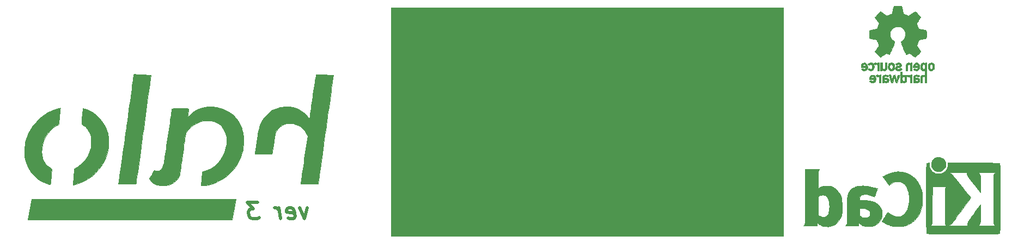
<source format=gbo>
%TF.GenerationSoftware,KiCad,Pcbnew,5.1.8-db9833491~88~ubuntu20.04.1*%
%TF.CreationDate,2020-12-25T16:42:28+05:30*%
%TF.ProjectId,halo,68616c6f-2e6b-4696-9361-645f70636258,v1*%
%TF.SameCoordinates,Original*%
%TF.FileFunction,Legend,Bot*%
%TF.FilePolarity,Positive*%
%FSLAX46Y46*%
G04 Gerber Fmt 4.6, Leading zero omitted, Abs format (unit mm)*
G04 Created by KiCad (PCBNEW 5.1.8-db9833491~88~ubuntu20.04.1) date 2020-12-25 16:42:28*
%MOMM*%
%LPD*%
G01*
G04 APERTURE LIST*
%ADD10C,0.100000*%
%ADD11C,0.508000*%
%ADD12C,0.010000*%
%ADD13C,2.032000*%
%ADD14C,10.668000*%
%ADD15C,6.400000*%
%ADD16C,0.800000*%
%ADD17C,1.600000*%
%ADD18C,1.800000*%
%ADD19C,3.175000*%
%ADD20C,0.650000*%
%ADD21C,2.374900*%
%ADD22C,0.990600*%
G04 APERTURE END LIST*
D10*
G36*
X84455000Y-107950000D02*
G01*
X52705000Y-107950000D01*
X53340000Y-104775000D01*
X85090000Y-104775000D01*
X84455000Y-107950000D01*
G37*
X84455000Y-107950000D02*
X52705000Y-107950000D01*
X53340000Y-104775000D01*
X85090000Y-104775000D01*
X84455000Y-107950000D01*
D11*
X96149280Y-106135714D02*
X95756185Y-107829047D01*
X94939757Y-106135714D01*
X93201066Y-107708095D02*
X93458090Y-107829047D01*
X93941900Y-107829047D01*
X94168685Y-107708095D01*
X94259400Y-107466190D01*
X94138447Y-106498571D01*
X93987257Y-106256666D01*
X93730233Y-106135714D01*
X93246423Y-106135714D01*
X93019638Y-106256666D01*
X92928923Y-106498571D01*
X92959161Y-106740476D01*
X94198923Y-106982380D01*
X92006661Y-107829047D02*
X91794995Y-106135714D01*
X91855471Y-106619523D02*
X91704280Y-106377619D01*
X91568209Y-106256666D01*
X91311185Y-106135714D01*
X91069280Y-106135714D01*
X88423447Y-105289047D02*
X86851066Y-105289047D01*
X87818685Y-106256666D01*
X87455828Y-106256666D01*
X87229042Y-106377619D01*
X87123209Y-106498571D01*
X87032495Y-106740476D01*
X87108090Y-107345238D01*
X87259280Y-107587142D01*
X87395352Y-107708095D01*
X87652376Y-107829047D01*
X88378090Y-107829047D01*
X88604876Y-107708095D01*
X88710709Y-107587142D01*
D10*
G36*
X170180000Y-110490000D02*
G01*
X109220000Y-110490000D01*
X109220000Y-74930000D01*
X170180000Y-74930000D01*
X170180000Y-110490000D01*
G37*
X170180000Y-110490000D02*
X109220000Y-110490000D01*
X109220000Y-74930000D01*
X170180000Y-74930000D01*
X170180000Y-110490000D01*
D12*
%TO.C,G1*%
G36*
X69196222Y-85309322D02*
G01*
X69189419Y-85351944D01*
X69171492Y-85474449D01*
X69143001Y-85672863D01*
X69104504Y-85943214D01*
X69056560Y-86281527D01*
X68999727Y-86683828D01*
X68934564Y-87146145D01*
X68861628Y-87664503D01*
X68781480Y-88234928D01*
X68694676Y-88853447D01*
X68601777Y-89516087D01*
X68503339Y-90218873D01*
X68399923Y-90957832D01*
X68292086Y-91728991D01*
X68180387Y-92528375D01*
X68065384Y-93352011D01*
X68013192Y-93726000D01*
X67896641Y-94561127D01*
X67783027Y-95374877D01*
X67672917Y-96163199D01*
X67566879Y-96922040D01*
X67465480Y-97647347D01*
X67369289Y-98335069D01*
X67278872Y-98981154D01*
X67194798Y-99581550D01*
X67117634Y-100132204D01*
X67047948Y-100629065D01*
X66986308Y-101068080D01*
X66933282Y-101445198D01*
X66889436Y-101756365D01*
X66855339Y-101997531D01*
X66831559Y-102164642D01*
X66818663Y-102253648D01*
X66816631Y-102266750D01*
X66792578Y-102404333D01*
X69506146Y-102404333D01*
X69532713Y-102224417D01*
X69570188Y-101967963D01*
X69616546Y-101646224D01*
X69671123Y-101264004D01*
X69733257Y-100826107D01*
X69802283Y-100337339D01*
X69877538Y-99802503D01*
X69958358Y-99226404D01*
X70044081Y-98613846D01*
X70134042Y-97969634D01*
X70227578Y-97298573D01*
X70324027Y-96605466D01*
X70422723Y-95895118D01*
X70523004Y-95172334D01*
X70624206Y-94441918D01*
X70725666Y-93708674D01*
X70826720Y-92977408D01*
X70926705Y-92252923D01*
X71024958Y-91540023D01*
X71120814Y-90843514D01*
X71213611Y-90168200D01*
X71302684Y-89518885D01*
X71387371Y-88900374D01*
X71467008Y-88317471D01*
X71540932Y-87774980D01*
X71608478Y-87277706D01*
X71668984Y-86830454D01*
X71721786Y-86438028D01*
X71766220Y-86105232D01*
X71801624Y-85836871D01*
X71827333Y-85637749D01*
X71842685Y-85512671D01*
X71847015Y-85466441D01*
X71846946Y-85466297D01*
X71800439Y-85458405D01*
X71682262Y-85447088D01*
X71504859Y-85433082D01*
X71280671Y-85417125D01*
X71022144Y-85399952D01*
X70741718Y-85382302D01*
X70451839Y-85364911D01*
X70164948Y-85348516D01*
X69893488Y-85333854D01*
X69649904Y-85321661D01*
X69446637Y-85312675D01*
X69296131Y-85307632D01*
X69210829Y-85307270D01*
X69196222Y-85309322D01*
G37*
X69196222Y-85309322D02*
X69189419Y-85351944D01*
X69171492Y-85474449D01*
X69143001Y-85672863D01*
X69104504Y-85943214D01*
X69056560Y-86281527D01*
X68999727Y-86683828D01*
X68934564Y-87146145D01*
X68861628Y-87664503D01*
X68781480Y-88234928D01*
X68694676Y-88853447D01*
X68601777Y-89516087D01*
X68503339Y-90218873D01*
X68399923Y-90957832D01*
X68292086Y-91728991D01*
X68180387Y-92528375D01*
X68065384Y-93352011D01*
X68013192Y-93726000D01*
X67896641Y-94561127D01*
X67783027Y-95374877D01*
X67672917Y-96163199D01*
X67566879Y-96922040D01*
X67465480Y-97647347D01*
X67369289Y-98335069D01*
X67278872Y-98981154D01*
X67194798Y-99581550D01*
X67117634Y-100132204D01*
X67047948Y-100629065D01*
X66986308Y-101068080D01*
X66933282Y-101445198D01*
X66889436Y-101756365D01*
X66855339Y-101997531D01*
X66831559Y-102164642D01*
X66818663Y-102253648D01*
X66816631Y-102266750D01*
X66792578Y-102404333D01*
X69506146Y-102404333D01*
X69532713Y-102224417D01*
X69570188Y-101967963D01*
X69616546Y-101646224D01*
X69671123Y-101264004D01*
X69733257Y-100826107D01*
X69802283Y-100337339D01*
X69877538Y-99802503D01*
X69958358Y-99226404D01*
X70044081Y-98613846D01*
X70134042Y-97969634D01*
X70227578Y-97298573D01*
X70324027Y-96605466D01*
X70422723Y-95895118D01*
X70523004Y-95172334D01*
X70624206Y-94441918D01*
X70725666Y-93708674D01*
X70826720Y-92977408D01*
X70926705Y-92252923D01*
X71024958Y-91540023D01*
X71120814Y-90843514D01*
X71213611Y-90168200D01*
X71302684Y-89518885D01*
X71387371Y-88900374D01*
X71467008Y-88317471D01*
X71540932Y-87774980D01*
X71608478Y-87277706D01*
X71668984Y-86830454D01*
X71721786Y-86438028D01*
X71766220Y-86105232D01*
X71801624Y-85836871D01*
X71827333Y-85637749D01*
X71842685Y-85512671D01*
X71847015Y-85466441D01*
X71846946Y-85466297D01*
X71800439Y-85458405D01*
X71682262Y-85447088D01*
X71504859Y-85433082D01*
X71280671Y-85417125D01*
X71022144Y-85399952D01*
X70741718Y-85382302D01*
X70451839Y-85364911D01*
X70164948Y-85348516D01*
X69893488Y-85333854D01*
X69649904Y-85321661D01*
X69446637Y-85312675D01*
X69296131Y-85307632D01*
X69210829Y-85307270D01*
X69196222Y-85309322D01*
G36*
X97558841Y-85327385D02*
G01*
X97536034Y-85331893D01*
X97525705Y-85377978D01*
X97504288Y-85501586D01*
X97472737Y-85696436D01*
X97432008Y-85956246D01*
X97383056Y-86274733D01*
X97326835Y-86645616D01*
X97264302Y-87062612D01*
X97196411Y-87519439D01*
X97124118Y-88009816D01*
X97048378Y-88527460D01*
X97009568Y-88794167D01*
X96932773Y-89322332D01*
X96859401Y-89825861D01*
X96790368Y-90298531D01*
X96726592Y-90734122D01*
X96668987Y-91126412D01*
X96618470Y-91469180D01*
X96575956Y-91756203D01*
X96542362Y-91981261D01*
X96518604Y-92138133D01*
X96505598Y-92220596D01*
X96503402Y-92231995D01*
X96476080Y-92204844D01*
X96409900Y-92124752D01*
X96316872Y-92006461D01*
X96270427Y-91945977D01*
X95899751Y-91528446D01*
X95472707Y-91169334D01*
X94997205Y-90871953D01*
X94481156Y-90639613D01*
X93932471Y-90475627D01*
X93359059Y-90383307D01*
X92768832Y-90365964D01*
X92531384Y-90380622D01*
X92306355Y-90404583D01*
X92076226Y-90436032D01*
X91876847Y-90469806D01*
X91800025Y-90485922D01*
X91260304Y-90653735D01*
X90754398Y-90897073D01*
X90286936Y-91211986D01*
X89862546Y-91594522D01*
X89485857Y-92040730D01*
X89161497Y-92546659D01*
X88990733Y-92884172D01*
X88894796Y-93100060D01*
X88810671Y-93307697D01*
X88736044Y-93517055D01*
X88668598Y-93738111D01*
X88606019Y-93980839D01*
X88545991Y-94255214D01*
X88486199Y-94571210D01*
X88424328Y-94938802D01*
X88358061Y-95367966D01*
X88285085Y-95868675D01*
X88264699Y-96012000D01*
X88214828Y-96362529D01*
X88167926Y-96689368D01*
X88125486Y-96982335D01*
X88088998Y-97231246D01*
X88059955Y-97425920D01*
X88039848Y-97556175D01*
X88030586Y-97610083D01*
X88009387Y-97705333D01*
X90676387Y-97705333D01*
X90697263Y-97610083D01*
X90708220Y-97545813D01*
X90729419Y-97408628D01*
X90759247Y-97209450D01*
X90796090Y-96959196D01*
X90838336Y-96668785D01*
X90884370Y-96349136D01*
X90908365Y-96181333D01*
X90958338Y-95842002D01*
X91008925Y-95518485D01*
X91057936Y-95223361D01*
X91103181Y-94969210D01*
X91142467Y-94768610D01*
X91173606Y-94634140D01*
X91183596Y-94600792D01*
X91370765Y-94176232D01*
X91619419Y-93807613D01*
X91926223Y-93498412D01*
X92287837Y-93252109D01*
X92624696Y-93098861D01*
X92942737Y-93014395D01*
X93304649Y-92972107D01*
X93680245Y-92973134D01*
X94039343Y-93018610D01*
X94141970Y-93041753D01*
X94619185Y-93202218D01*
X95045571Y-93429825D01*
X95422246Y-93725490D01*
X95750328Y-94090129D01*
X96030934Y-94524656D01*
X96090012Y-94636819D01*
X96219008Y-94891472D01*
X95694401Y-98510319D01*
X95615120Y-99056792D01*
X95538899Y-99581352D01*
X95466668Y-100077655D01*
X95399354Y-100539355D01*
X95337888Y-100960108D01*
X95283197Y-101333568D01*
X95236210Y-101653390D01*
X95197858Y-101913229D01*
X95169068Y-102106739D01*
X95150769Y-102227575D01*
X95144479Y-102266750D01*
X95119164Y-102404333D01*
X97825607Y-102404333D01*
X97849610Y-102287917D01*
X97857390Y-102236934D01*
X97876144Y-102107272D01*
X97905193Y-101903788D01*
X97943856Y-101631340D01*
X97991452Y-101294787D01*
X98047304Y-100898985D01*
X98110729Y-100448794D01*
X98181049Y-99949070D01*
X98257583Y-99404671D01*
X98339652Y-98820457D01*
X98426575Y-98201283D01*
X98517673Y-97552009D01*
X98612265Y-96877492D01*
X98709672Y-96182590D01*
X98809214Y-95472161D01*
X98910211Y-94751062D01*
X99011983Y-94024153D01*
X99113849Y-93296290D01*
X99215131Y-92572331D01*
X99315147Y-91857135D01*
X99413219Y-91155559D01*
X99508666Y-90472460D01*
X99600808Y-89812698D01*
X99688965Y-89181130D01*
X99772458Y-88582614D01*
X99850606Y-88022007D01*
X99922729Y-87504167D01*
X99988148Y-87033953D01*
X100046182Y-86616222D01*
X100096152Y-86255833D01*
X100137378Y-85957642D01*
X100169179Y-85726508D01*
X100190876Y-85567289D01*
X100201789Y-85484843D01*
X100203000Y-85474056D01*
X100162748Y-85463530D01*
X100050192Y-85450474D01*
X99877636Y-85435543D01*
X99657384Y-85419392D01*
X99401738Y-85402678D01*
X99123004Y-85386057D01*
X98833483Y-85370184D01*
X98545479Y-85355715D01*
X98271296Y-85343305D01*
X98023238Y-85333612D01*
X97813607Y-85327290D01*
X97654706Y-85324996D01*
X97558841Y-85327385D01*
G37*
X97558841Y-85327385D02*
X97536034Y-85331893D01*
X97525705Y-85377978D01*
X97504288Y-85501586D01*
X97472737Y-85696436D01*
X97432008Y-85956246D01*
X97383056Y-86274733D01*
X97326835Y-86645616D01*
X97264302Y-87062612D01*
X97196411Y-87519439D01*
X97124118Y-88009816D01*
X97048378Y-88527460D01*
X97009568Y-88794167D01*
X96932773Y-89322332D01*
X96859401Y-89825861D01*
X96790368Y-90298531D01*
X96726592Y-90734122D01*
X96668987Y-91126412D01*
X96618470Y-91469180D01*
X96575956Y-91756203D01*
X96542362Y-91981261D01*
X96518604Y-92138133D01*
X96505598Y-92220596D01*
X96503402Y-92231995D01*
X96476080Y-92204844D01*
X96409900Y-92124752D01*
X96316872Y-92006461D01*
X96270427Y-91945977D01*
X95899751Y-91528446D01*
X95472707Y-91169334D01*
X94997205Y-90871953D01*
X94481156Y-90639613D01*
X93932471Y-90475627D01*
X93359059Y-90383307D01*
X92768832Y-90365964D01*
X92531384Y-90380622D01*
X92306355Y-90404583D01*
X92076226Y-90436032D01*
X91876847Y-90469806D01*
X91800025Y-90485922D01*
X91260304Y-90653735D01*
X90754398Y-90897073D01*
X90286936Y-91211986D01*
X89862546Y-91594522D01*
X89485857Y-92040730D01*
X89161497Y-92546659D01*
X88990733Y-92884172D01*
X88894796Y-93100060D01*
X88810671Y-93307697D01*
X88736044Y-93517055D01*
X88668598Y-93738111D01*
X88606019Y-93980839D01*
X88545991Y-94255214D01*
X88486199Y-94571210D01*
X88424328Y-94938802D01*
X88358061Y-95367966D01*
X88285085Y-95868675D01*
X88264699Y-96012000D01*
X88214828Y-96362529D01*
X88167926Y-96689368D01*
X88125486Y-96982335D01*
X88088998Y-97231246D01*
X88059955Y-97425920D01*
X88039848Y-97556175D01*
X88030586Y-97610083D01*
X88009387Y-97705333D01*
X90676387Y-97705333D01*
X90697263Y-97610083D01*
X90708220Y-97545813D01*
X90729419Y-97408628D01*
X90759247Y-97209450D01*
X90796090Y-96959196D01*
X90838336Y-96668785D01*
X90884370Y-96349136D01*
X90908365Y-96181333D01*
X90958338Y-95842002D01*
X91008925Y-95518485D01*
X91057936Y-95223361D01*
X91103181Y-94969210D01*
X91142467Y-94768610D01*
X91173606Y-94634140D01*
X91183596Y-94600792D01*
X91370765Y-94176232D01*
X91619419Y-93807613D01*
X91926223Y-93498412D01*
X92287837Y-93252109D01*
X92624696Y-93098861D01*
X92942737Y-93014395D01*
X93304649Y-92972107D01*
X93680245Y-92973134D01*
X94039343Y-93018610D01*
X94141970Y-93041753D01*
X94619185Y-93202218D01*
X95045571Y-93429825D01*
X95422246Y-93725490D01*
X95750328Y-94090129D01*
X96030934Y-94524656D01*
X96090012Y-94636819D01*
X96219008Y-94891472D01*
X95694401Y-98510319D01*
X95615120Y-99056792D01*
X95538899Y-99581352D01*
X95466668Y-100077655D01*
X95399354Y-100539355D01*
X95337888Y-100960108D01*
X95283197Y-101333568D01*
X95236210Y-101653390D01*
X95197858Y-101913229D01*
X95169068Y-102106739D01*
X95150769Y-102227575D01*
X95144479Y-102266750D01*
X95119164Y-102404333D01*
X97825607Y-102404333D01*
X97849610Y-102287917D01*
X97857390Y-102236934D01*
X97876144Y-102107272D01*
X97905193Y-101903788D01*
X97943856Y-101631340D01*
X97991452Y-101294787D01*
X98047304Y-100898985D01*
X98110729Y-100448794D01*
X98181049Y-99949070D01*
X98257583Y-99404671D01*
X98339652Y-98820457D01*
X98426575Y-98201283D01*
X98517673Y-97552009D01*
X98612265Y-96877492D01*
X98709672Y-96182590D01*
X98809214Y-95472161D01*
X98910211Y-94751062D01*
X99011983Y-94024153D01*
X99113849Y-93296290D01*
X99215131Y-92572331D01*
X99315147Y-91857135D01*
X99413219Y-91155559D01*
X99508666Y-90472460D01*
X99600808Y-89812698D01*
X99688965Y-89181130D01*
X99772458Y-88582614D01*
X99850606Y-88022007D01*
X99922729Y-87504167D01*
X99988148Y-87033953D01*
X100046182Y-86616222D01*
X100096152Y-86255833D01*
X100137378Y-85957642D01*
X100169179Y-85726508D01*
X100190876Y-85567289D01*
X100201789Y-85484843D01*
X100203000Y-85474056D01*
X100162748Y-85463530D01*
X100050192Y-85450474D01*
X99877636Y-85435543D01*
X99657384Y-85419392D01*
X99401738Y-85402678D01*
X99123004Y-85386057D01*
X98833483Y-85370184D01*
X98545479Y-85355715D01*
X98271296Y-85343305D01*
X98023238Y-85333612D01*
X97813607Y-85327290D01*
X97654706Y-85324996D01*
X97558841Y-85327385D01*
G36*
X57594784Y-90577939D02*
G01*
X57433124Y-90624335D01*
X57246718Y-90683070D01*
X56509408Y-90960480D01*
X55816029Y-91304275D01*
X55170572Y-91710179D01*
X54577024Y-92173913D01*
X54039376Y-92691201D01*
X53561615Y-93257767D01*
X53147732Y-93869332D01*
X52801714Y-94521619D01*
X52527551Y-95210353D01*
X52329232Y-95931255D01*
X52322457Y-95962954D01*
X52261169Y-96339331D01*
X52221711Y-96767436D01*
X52204972Y-97216959D01*
X52211845Y-97657590D01*
X52243220Y-98059021D01*
X52257636Y-98167899D01*
X52395898Y-98836142D01*
X52605446Y-99462185D01*
X52883516Y-100042630D01*
X53227347Y-100574084D01*
X53634176Y-101053149D01*
X54101242Y-101476430D01*
X54625781Y-101840532D01*
X55205031Y-102142058D01*
X55626000Y-102308656D01*
X55852950Y-102387373D01*
X56012581Y-102439000D01*
X56117486Y-102464424D01*
X56180254Y-102464533D01*
X56213480Y-102440216D01*
X56229753Y-102392359D01*
X56236777Y-102351727D01*
X56247554Y-102264566D01*
X56263493Y-102110091D01*
X56283320Y-101903087D01*
X56305761Y-101658338D01*
X56329542Y-101390631D01*
X56353390Y-101114750D01*
X56376031Y-100845481D01*
X56396192Y-100597609D01*
X56412597Y-100385919D01*
X56423975Y-100225196D01*
X56429050Y-100130225D01*
X56429183Y-100118333D01*
X56412787Y-100050605D01*
X56355452Y-99985163D01*
X56242097Y-99907220D01*
X56171472Y-99865662D01*
X55927270Y-99694209D01*
X55680880Y-99465893D01*
X55454740Y-99204857D01*
X55271284Y-98935245D01*
X55221148Y-98843000D01*
X55040874Y-98396131D01*
X54926036Y-97908802D01*
X54879280Y-97397351D01*
X54903055Y-96879833D01*
X55016765Y-96249065D01*
X55206152Y-95649805D01*
X55467669Y-95087592D01*
X55797769Y-94567962D01*
X56192905Y-94096454D01*
X56649528Y-93678604D01*
X57164092Y-93319952D01*
X57195558Y-93301131D01*
X57558615Y-93085854D01*
X57652868Y-91913677D01*
X57678276Y-91602970D01*
X57702524Y-91316295D01*
X57724541Y-91065566D01*
X57743255Y-90862697D01*
X57757595Y-90719602D01*
X57766489Y-90648197D01*
X57766867Y-90646250D01*
X57771998Y-90592719D01*
X57752705Y-90562946D01*
X57697472Y-90557748D01*
X57594784Y-90577939D01*
G37*
X57594784Y-90577939D02*
X57433124Y-90624335D01*
X57246718Y-90683070D01*
X56509408Y-90960480D01*
X55816029Y-91304275D01*
X55170572Y-91710179D01*
X54577024Y-92173913D01*
X54039376Y-92691201D01*
X53561615Y-93257767D01*
X53147732Y-93869332D01*
X52801714Y-94521619D01*
X52527551Y-95210353D01*
X52329232Y-95931255D01*
X52322457Y-95962954D01*
X52261169Y-96339331D01*
X52221711Y-96767436D01*
X52204972Y-97216959D01*
X52211845Y-97657590D01*
X52243220Y-98059021D01*
X52257636Y-98167899D01*
X52395898Y-98836142D01*
X52605446Y-99462185D01*
X52883516Y-100042630D01*
X53227347Y-100574084D01*
X53634176Y-101053149D01*
X54101242Y-101476430D01*
X54625781Y-101840532D01*
X55205031Y-102142058D01*
X55626000Y-102308656D01*
X55852950Y-102387373D01*
X56012581Y-102439000D01*
X56117486Y-102464424D01*
X56180254Y-102464533D01*
X56213480Y-102440216D01*
X56229753Y-102392359D01*
X56236777Y-102351727D01*
X56247554Y-102264566D01*
X56263493Y-102110091D01*
X56283320Y-101903087D01*
X56305761Y-101658338D01*
X56329542Y-101390631D01*
X56353390Y-101114750D01*
X56376031Y-100845481D01*
X56396192Y-100597609D01*
X56412597Y-100385919D01*
X56423975Y-100225196D01*
X56429050Y-100130225D01*
X56429183Y-100118333D01*
X56412787Y-100050605D01*
X56355452Y-99985163D01*
X56242097Y-99907220D01*
X56171472Y-99865662D01*
X55927270Y-99694209D01*
X55680880Y-99465893D01*
X55454740Y-99204857D01*
X55271284Y-98935245D01*
X55221148Y-98843000D01*
X55040874Y-98396131D01*
X54926036Y-97908802D01*
X54879280Y-97397351D01*
X54903055Y-96879833D01*
X55016765Y-96249065D01*
X55206152Y-95649805D01*
X55467669Y-95087592D01*
X55797769Y-94567962D01*
X56192905Y-94096454D01*
X56649528Y-93678604D01*
X57164092Y-93319952D01*
X57195558Y-93301131D01*
X57558615Y-93085854D01*
X57652868Y-91913677D01*
X57678276Y-91602970D01*
X57702524Y-91316295D01*
X57724541Y-91065566D01*
X57743255Y-90862697D01*
X57757595Y-90719602D01*
X57766489Y-90648197D01*
X57766867Y-90646250D01*
X57771998Y-90592719D01*
X57752705Y-90562946D01*
X57697472Y-90557748D01*
X57594784Y-90577939D01*
G36*
X61326503Y-90627107D02*
G01*
X61299685Y-90651076D01*
X61291386Y-90669193D01*
X61280601Y-90728514D01*
X61264416Y-90858180D01*
X61244115Y-91044135D01*
X61220981Y-91272323D01*
X61196300Y-91528687D01*
X61171355Y-91799170D01*
X61147430Y-92069716D01*
X61125808Y-92326267D01*
X61107775Y-92554769D01*
X61094614Y-92741163D01*
X61087608Y-92871393D01*
X61086807Y-92908820D01*
X61096655Y-92990445D01*
X61136849Y-93058191D01*
X61223774Y-93132579D01*
X61316505Y-93196477D01*
X61665195Y-93476530D01*
X61973898Y-93822925D01*
X62233660Y-94223231D01*
X62435525Y-94665017D01*
X62490695Y-94826667D01*
X62528646Y-94957164D01*
X62555447Y-95078619D01*
X62572879Y-95209863D01*
X62582726Y-95369728D01*
X62586768Y-95577047D01*
X62586822Y-95842667D01*
X62583674Y-96128867D01*
X62575831Y-96350162D01*
X62561485Y-96526261D01*
X62538831Y-96676877D01*
X62506062Y-96821720D01*
X62492436Y-96872644D01*
X62285937Y-97483168D01*
X62017698Y-98046349D01*
X61691516Y-98557196D01*
X61311187Y-99010717D01*
X60880510Y-99401922D01*
X60403281Y-99725819D01*
X60262849Y-99803235D01*
X60091079Y-99900059D01*
X59989001Y-99975265D01*
X59946870Y-100036528D01*
X59944457Y-100053903D01*
X59940753Y-100122108D01*
X59930750Y-100260387D01*
X59915650Y-100454480D01*
X59896653Y-100690127D01*
X59874962Y-100953068D01*
X59851777Y-101229044D01*
X59828299Y-101503793D01*
X59805729Y-101763057D01*
X59785268Y-101992575D01*
X59768118Y-102178088D01*
X59755480Y-102305335D01*
X59752721Y-102330250D01*
X59744469Y-102459366D01*
X59760007Y-102520141D01*
X59783792Y-102529395D01*
X59844035Y-102516734D01*
X59966669Y-102483805D01*
X60133315Y-102435737D01*
X60308522Y-102382919D01*
X61027451Y-102125336D01*
X61688659Y-101810515D01*
X62301285Y-101433162D01*
X62874467Y-100987983D01*
X63151584Y-100735952D01*
X63672804Y-100183775D01*
X64121377Y-99591968D01*
X64499247Y-98957016D01*
X64808357Y-98275404D01*
X65050650Y-97543614D01*
X65159747Y-97102042D01*
X65194225Y-96932457D01*
X65219413Y-96772913D01*
X65236679Y-96604948D01*
X65247393Y-96410096D01*
X65252921Y-96169895D01*
X65254633Y-95865881D01*
X65254647Y-95821500D01*
X65253758Y-95522515D01*
X65250134Y-95290326D01*
X65242221Y-95107072D01*
X65228463Y-94954892D01*
X65207305Y-94815923D01*
X65177193Y-94672304D01*
X65142025Y-94527778D01*
X65078812Y-94296562D01*
X65003729Y-94051642D01*
X64928936Y-93831737D01*
X64896182Y-93745107D01*
X64617411Y-93156059D01*
X64268658Y-92611001D01*
X63854918Y-92114592D01*
X63381186Y-91671490D01*
X62852456Y-91286355D01*
X62273724Y-90963845D01*
X61649985Y-90708620D01*
X61635445Y-90703679D01*
X61476598Y-90651626D01*
X61379546Y-90626696D01*
X61326503Y-90627107D01*
G37*
X61326503Y-90627107D02*
X61299685Y-90651076D01*
X61291386Y-90669193D01*
X61280601Y-90728514D01*
X61264416Y-90858180D01*
X61244115Y-91044135D01*
X61220981Y-91272323D01*
X61196300Y-91528687D01*
X61171355Y-91799170D01*
X61147430Y-92069716D01*
X61125808Y-92326267D01*
X61107775Y-92554769D01*
X61094614Y-92741163D01*
X61087608Y-92871393D01*
X61086807Y-92908820D01*
X61096655Y-92990445D01*
X61136849Y-93058191D01*
X61223774Y-93132579D01*
X61316505Y-93196477D01*
X61665195Y-93476530D01*
X61973898Y-93822925D01*
X62233660Y-94223231D01*
X62435525Y-94665017D01*
X62490695Y-94826667D01*
X62528646Y-94957164D01*
X62555447Y-95078619D01*
X62572879Y-95209863D01*
X62582726Y-95369728D01*
X62586768Y-95577047D01*
X62586822Y-95842667D01*
X62583674Y-96128867D01*
X62575831Y-96350162D01*
X62561485Y-96526261D01*
X62538831Y-96676877D01*
X62506062Y-96821720D01*
X62492436Y-96872644D01*
X62285937Y-97483168D01*
X62017698Y-98046349D01*
X61691516Y-98557196D01*
X61311187Y-99010717D01*
X60880510Y-99401922D01*
X60403281Y-99725819D01*
X60262849Y-99803235D01*
X60091079Y-99900059D01*
X59989001Y-99975265D01*
X59946870Y-100036528D01*
X59944457Y-100053903D01*
X59940753Y-100122108D01*
X59930750Y-100260387D01*
X59915650Y-100454480D01*
X59896653Y-100690127D01*
X59874962Y-100953068D01*
X59851777Y-101229044D01*
X59828299Y-101503793D01*
X59805729Y-101763057D01*
X59785268Y-101992575D01*
X59768118Y-102178088D01*
X59755480Y-102305335D01*
X59752721Y-102330250D01*
X59744469Y-102459366D01*
X59760007Y-102520141D01*
X59783792Y-102529395D01*
X59844035Y-102516734D01*
X59966669Y-102483805D01*
X60133315Y-102435737D01*
X60308522Y-102382919D01*
X61027451Y-102125336D01*
X61688659Y-101810515D01*
X62301285Y-101433162D01*
X62874467Y-100987983D01*
X63151584Y-100735952D01*
X63672804Y-100183775D01*
X64121377Y-99591968D01*
X64499247Y-98957016D01*
X64808357Y-98275404D01*
X65050650Y-97543614D01*
X65159747Y-97102042D01*
X65194225Y-96932457D01*
X65219413Y-96772913D01*
X65236679Y-96604948D01*
X65247393Y-96410096D01*
X65252921Y-96169895D01*
X65254633Y-95865881D01*
X65254647Y-95821500D01*
X65253758Y-95522515D01*
X65250134Y-95290326D01*
X65242221Y-95107072D01*
X65228463Y-94954892D01*
X65207305Y-94815923D01*
X65177193Y-94672304D01*
X65142025Y-94527778D01*
X65078812Y-94296562D01*
X65003729Y-94051642D01*
X64928936Y-93831737D01*
X64896182Y-93745107D01*
X64617411Y-93156059D01*
X64268658Y-92611001D01*
X63854918Y-92114592D01*
X63381186Y-91671490D01*
X62852456Y-91286355D01*
X62273724Y-90963845D01*
X61649985Y-90708620D01*
X61635445Y-90703679D01*
X61476598Y-90651626D01*
X61379546Y-90626696D01*
X61326503Y-90627107D01*
G36*
X80865451Y-90377905D02*
G01*
X80574079Y-90391629D01*
X80337410Y-90417957D01*
X80308204Y-90423007D01*
X79813034Y-90545076D01*
X79319014Y-90725157D01*
X78843230Y-90954165D01*
X78402770Y-91223015D01*
X78014722Y-91522624D01*
X77748532Y-91783866D01*
X77652950Y-91885263D01*
X77583704Y-91949351D01*
X77554816Y-91963251D01*
X77554667Y-91961942D01*
X77560343Y-91908451D01*
X77575924Y-91787379D01*
X77599246Y-91614949D01*
X77628142Y-91407380D01*
X77638672Y-91332946D01*
X77669074Y-91115613D01*
X77694672Y-90926391D01*
X77713262Y-90782044D01*
X77722641Y-90699333D01*
X77723338Y-90688583D01*
X77705558Y-90673076D01*
X77647063Y-90660695D01*
X77540769Y-90651156D01*
X77379591Y-90644172D01*
X77156443Y-90639458D01*
X76864240Y-90636727D01*
X76495896Y-90635694D01*
X76411667Y-90635667D01*
X76032523Y-90636945D01*
X75710056Y-90640666D01*
X75449885Y-90646656D01*
X75257631Y-90654740D01*
X75138915Y-90664745D01*
X75099334Y-90676217D01*
X75093270Y-90735552D01*
X75075752Y-90871704D01*
X75047794Y-91077749D01*
X75010406Y-91346760D01*
X74964602Y-91671812D01*
X74911394Y-92045977D01*
X74851793Y-92462331D01*
X74786813Y-92913948D01*
X74717465Y-93393901D01*
X74644761Y-93895264D01*
X74569715Y-94411112D01*
X74493337Y-94934519D01*
X74416641Y-95458559D01*
X74340639Y-95976305D01*
X74266342Y-96480832D01*
X74194763Y-96965214D01*
X74126915Y-97422525D01*
X74063809Y-97845840D01*
X74006458Y-98228231D01*
X73955874Y-98562774D01*
X73913070Y-98842541D01*
X73879057Y-99060608D01*
X73854848Y-99210049D01*
X73841455Y-99283937D01*
X73841015Y-99285825D01*
X73752270Y-99574571D01*
X73634547Y-99839282D01*
X73498377Y-100059893D01*
X73354291Y-100216335D01*
X73351509Y-100218585D01*
X73240615Y-100295270D01*
X73126602Y-100338642D01*
X72973926Y-100360681D01*
X72917680Y-100364770D01*
X72735912Y-100368121D01*
X72612202Y-100348124D01*
X72539744Y-100313759D01*
X72459710Y-100264849D01*
X72417496Y-100245333D01*
X72390528Y-100279455D01*
X72326378Y-100374296D01*
X72232399Y-100518570D01*
X72115948Y-100700991D01*
X71989537Y-100902012D01*
X71579394Y-101558690D01*
X71669099Y-101703835D01*
X71866250Y-101951507D01*
X72131698Y-102176840D01*
X72449918Y-102369418D01*
X72805384Y-102518822D01*
X72949238Y-102562723D01*
X73205830Y-102611629D01*
X73513675Y-102637426D01*
X73844497Y-102640530D01*
X74170015Y-102621355D01*
X74461952Y-102580315D01*
X74633667Y-102538028D01*
X75064770Y-102370368D01*
X75447609Y-102154327D01*
X75773514Y-101896579D01*
X76033814Y-101603798D01*
X76195259Y-101336009D01*
X76219666Y-101282871D01*
X76242470Y-101225158D01*
X76264672Y-101156849D01*
X76287270Y-101071928D01*
X76311267Y-100964374D01*
X76337663Y-100828170D01*
X76367457Y-100657297D01*
X76401652Y-100445736D01*
X76441246Y-100187469D01*
X76487242Y-99876477D01*
X76540638Y-99506741D01*
X76602437Y-99072244D01*
X76673638Y-98566965D01*
X76755241Y-97984888D01*
X76770668Y-97874667D01*
X76842867Y-97360553D01*
X76912520Y-96868089D01*
X76978630Y-96404118D01*
X77040198Y-95975485D01*
X77096226Y-95589034D01*
X77145716Y-95251609D01*
X77187669Y-94970055D01*
X77221088Y-94751217D01*
X77244974Y-94601938D01*
X77258328Y-94529064D01*
X77258980Y-94526483D01*
X77319692Y-94387000D01*
X77430960Y-94209690D01*
X77579385Y-94012210D01*
X77751572Y-93812217D01*
X77934124Y-93627371D01*
X77957563Y-93605699D01*
X78422817Y-93233252D01*
X78916196Y-92940661D01*
X79437762Y-92727901D01*
X79987581Y-92594947D01*
X80565717Y-92541774D01*
X80664824Y-92540666D01*
X81158261Y-92566629D01*
X81595129Y-92647425D01*
X81986837Y-92787416D01*
X82344794Y-92990964D01*
X82680411Y-93262430D01*
X82763881Y-93343136D01*
X83076837Y-93714687D01*
X83322497Y-94134646D01*
X83499417Y-94598206D01*
X83606155Y-95100561D01*
X83641266Y-95636905D01*
X83608890Y-96157726D01*
X83492676Y-96818194D01*
X83306286Y-97434612D01*
X83046396Y-98014880D01*
X82709685Y-98566901D01*
X82451439Y-98910131D01*
X82078048Y-99314993D01*
X81655664Y-99673177D01*
X81198458Y-99975353D01*
X80720601Y-100212194D01*
X80236264Y-100374369D01*
X80221667Y-100378011D01*
X80058452Y-100419561D01*
X79929585Y-100454704D01*
X79854922Y-100477924D01*
X79844531Y-100482770D01*
X79836339Y-100527435D01*
X79823057Y-100642326D01*
X79805891Y-100813237D01*
X79786047Y-101025963D01*
X79764730Y-101266296D01*
X79743147Y-101520030D01*
X79722503Y-101772961D01*
X79704005Y-102010880D01*
X79688858Y-102219584D01*
X79678269Y-102384864D01*
X79673443Y-102492516D01*
X79673323Y-102499583D01*
X79671334Y-102658333D01*
X79872417Y-102654233D01*
X80009980Y-102645534D01*
X80196245Y-102626087D01*
X80396498Y-102599652D01*
X80447385Y-102591972D01*
X81146623Y-102441056D01*
X81824732Y-102211859D01*
X82476025Y-101909348D01*
X83094816Y-101538490D01*
X83675417Y-101104250D01*
X84212144Y-100611595D01*
X84699309Y-100065490D01*
X85131227Y-99470903D01*
X85502210Y-98832798D01*
X85806573Y-98156142D01*
X85933333Y-97800812D01*
X86051421Y-97409762D01*
X86138667Y-97046018D01*
X86198697Y-96684997D01*
X86235141Y-96302117D01*
X86251624Y-95872796D01*
X86253515Y-95631000D01*
X86249814Y-95254761D01*
X86236765Y-94941825D01*
X86211299Y-94671060D01*
X86170349Y-94421335D01*
X86110846Y-94171519D01*
X86029722Y-93900480D01*
X85980727Y-93752274D01*
X85733649Y-93147954D01*
X85419675Y-92593250D01*
X85042886Y-92091619D01*
X84607362Y-91646516D01*
X84117186Y-91261400D01*
X83576437Y-90939727D01*
X82989198Y-90684954D01*
X82359548Y-90500537D01*
X82074108Y-90443265D01*
X81815855Y-90409464D01*
X81511532Y-90387111D01*
X81186333Y-90376495D01*
X80865451Y-90377905D01*
G37*
X80865451Y-90377905D02*
X80574079Y-90391629D01*
X80337410Y-90417957D01*
X80308204Y-90423007D01*
X79813034Y-90545076D01*
X79319014Y-90725157D01*
X78843230Y-90954165D01*
X78402770Y-91223015D01*
X78014722Y-91522624D01*
X77748532Y-91783866D01*
X77652950Y-91885263D01*
X77583704Y-91949351D01*
X77554816Y-91963251D01*
X77554667Y-91961942D01*
X77560343Y-91908451D01*
X77575924Y-91787379D01*
X77599246Y-91614949D01*
X77628142Y-91407380D01*
X77638672Y-91332946D01*
X77669074Y-91115613D01*
X77694672Y-90926391D01*
X77713262Y-90782044D01*
X77722641Y-90699333D01*
X77723338Y-90688583D01*
X77705558Y-90673076D01*
X77647063Y-90660695D01*
X77540769Y-90651156D01*
X77379591Y-90644172D01*
X77156443Y-90639458D01*
X76864240Y-90636727D01*
X76495896Y-90635694D01*
X76411667Y-90635667D01*
X76032523Y-90636945D01*
X75710056Y-90640666D01*
X75449885Y-90646656D01*
X75257631Y-90654740D01*
X75138915Y-90664745D01*
X75099334Y-90676217D01*
X75093270Y-90735552D01*
X75075752Y-90871704D01*
X75047794Y-91077749D01*
X75010406Y-91346760D01*
X74964602Y-91671812D01*
X74911394Y-92045977D01*
X74851793Y-92462331D01*
X74786813Y-92913948D01*
X74717465Y-93393901D01*
X74644761Y-93895264D01*
X74569715Y-94411112D01*
X74493337Y-94934519D01*
X74416641Y-95458559D01*
X74340639Y-95976305D01*
X74266342Y-96480832D01*
X74194763Y-96965214D01*
X74126915Y-97422525D01*
X74063809Y-97845840D01*
X74006458Y-98228231D01*
X73955874Y-98562774D01*
X73913070Y-98842541D01*
X73879057Y-99060608D01*
X73854848Y-99210049D01*
X73841455Y-99283937D01*
X73841015Y-99285825D01*
X73752270Y-99574571D01*
X73634547Y-99839282D01*
X73498377Y-100059893D01*
X73354291Y-100216335D01*
X73351509Y-100218585D01*
X73240615Y-100295270D01*
X73126602Y-100338642D01*
X72973926Y-100360681D01*
X72917680Y-100364770D01*
X72735912Y-100368121D01*
X72612202Y-100348124D01*
X72539744Y-100313759D01*
X72459710Y-100264849D01*
X72417496Y-100245333D01*
X72390528Y-100279455D01*
X72326378Y-100374296D01*
X72232399Y-100518570D01*
X72115948Y-100700991D01*
X71989537Y-100902012D01*
X71579394Y-101558690D01*
X71669099Y-101703835D01*
X71866250Y-101951507D01*
X72131698Y-102176840D01*
X72449918Y-102369418D01*
X72805384Y-102518822D01*
X72949238Y-102562723D01*
X73205830Y-102611629D01*
X73513675Y-102637426D01*
X73844497Y-102640530D01*
X74170015Y-102621355D01*
X74461952Y-102580315D01*
X74633667Y-102538028D01*
X75064770Y-102370368D01*
X75447609Y-102154327D01*
X75773514Y-101896579D01*
X76033814Y-101603798D01*
X76195259Y-101336009D01*
X76219666Y-101282871D01*
X76242470Y-101225158D01*
X76264672Y-101156849D01*
X76287270Y-101071928D01*
X76311267Y-100964374D01*
X76337663Y-100828170D01*
X76367457Y-100657297D01*
X76401652Y-100445736D01*
X76441246Y-100187469D01*
X76487242Y-99876477D01*
X76540638Y-99506741D01*
X76602437Y-99072244D01*
X76673638Y-98566965D01*
X76755241Y-97984888D01*
X76770668Y-97874667D01*
X76842867Y-97360553D01*
X76912520Y-96868089D01*
X76978630Y-96404118D01*
X77040198Y-95975485D01*
X77096226Y-95589034D01*
X77145716Y-95251609D01*
X77187669Y-94970055D01*
X77221088Y-94751217D01*
X77244974Y-94601938D01*
X77258328Y-94529064D01*
X77258980Y-94526483D01*
X77319692Y-94387000D01*
X77430960Y-94209690D01*
X77579385Y-94012210D01*
X77751572Y-93812217D01*
X77934124Y-93627371D01*
X77957563Y-93605699D01*
X78422817Y-93233252D01*
X78916196Y-92940661D01*
X79437762Y-92727901D01*
X79987581Y-92594947D01*
X80565717Y-92541774D01*
X80664824Y-92540666D01*
X81158261Y-92566629D01*
X81595129Y-92647425D01*
X81986837Y-92787416D01*
X82344794Y-92990964D01*
X82680411Y-93262430D01*
X82763881Y-93343136D01*
X83076837Y-93714687D01*
X83322497Y-94134646D01*
X83499417Y-94598206D01*
X83606155Y-95100561D01*
X83641266Y-95636905D01*
X83608890Y-96157726D01*
X83492676Y-96818194D01*
X83306286Y-97434612D01*
X83046396Y-98014880D01*
X82709685Y-98566901D01*
X82451439Y-98910131D01*
X82078048Y-99314993D01*
X81655664Y-99673177D01*
X81198458Y-99975353D01*
X80720601Y-100212194D01*
X80236264Y-100374369D01*
X80221667Y-100378011D01*
X80058452Y-100419561D01*
X79929585Y-100454704D01*
X79854922Y-100477924D01*
X79844531Y-100482770D01*
X79836339Y-100527435D01*
X79823057Y-100642326D01*
X79805891Y-100813237D01*
X79786047Y-101025963D01*
X79764730Y-101266296D01*
X79743147Y-101520030D01*
X79722503Y-101772961D01*
X79704005Y-102010880D01*
X79688858Y-102219584D01*
X79678269Y-102384864D01*
X79673443Y-102492516D01*
X79673323Y-102499583D01*
X79671334Y-102658333D01*
X79872417Y-102654233D01*
X80009980Y-102645534D01*
X80196245Y-102626087D01*
X80396498Y-102599652D01*
X80447385Y-102591972D01*
X81146623Y-102441056D01*
X81824732Y-102211859D01*
X82476025Y-101909348D01*
X83094816Y-101538490D01*
X83675417Y-101104250D01*
X84212144Y-100611595D01*
X84699309Y-100065490D01*
X85131227Y-99470903D01*
X85502210Y-98832798D01*
X85806573Y-98156142D01*
X85933333Y-97800812D01*
X86051421Y-97409762D01*
X86138667Y-97046018D01*
X86198697Y-96684997D01*
X86235141Y-96302117D01*
X86251624Y-95872796D01*
X86253515Y-95631000D01*
X86249814Y-95254761D01*
X86236765Y-94941825D01*
X86211299Y-94671060D01*
X86170349Y-94421335D01*
X86110846Y-94171519D01*
X86029722Y-93900480D01*
X85980727Y-93752274D01*
X85733649Y-93147954D01*
X85419675Y-92593250D01*
X85042886Y-92091619D01*
X84607362Y-91646516D01*
X84117186Y-91261400D01*
X83576437Y-90939727D01*
X82989198Y-90684954D01*
X82359548Y-90500537D01*
X82074108Y-90443265D01*
X81815855Y-90409464D01*
X81511532Y-90387111D01*
X81186333Y-90376495D01*
X80865451Y-90377905D01*
%TO.C,G2*%
G36*
X194017844Y-98244844D02*
G01*
X193812742Y-98315957D01*
X193621785Y-98427889D01*
X193451243Y-98580625D01*
X193307387Y-98774151D01*
X193242768Y-98896129D01*
X193186842Y-99066743D01*
X193159735Y-99263711D01*
X193162738Y-99466205D01*
X193196067Y-99649699D01*
X193287162Y-99873924D01*
X193419258Y-100068422D01*
X193585642Y-100229367D01*
X193779598Y-100352933D01*
X193994414Y-100435292D01*
X194223375Y-100472617D01*
X194459767Y-100461082D01*
X194576291Y-100436430D01*
X194803385Y-100348091D01*
X195005081Y-100213290D01*
X195176515Y-100036183D01*
X195312820Y-99820927D01*
X195324352Y-99797419D01*
X195364217Y-99709205D01*
X195389249Y-99634910D01*
X195402839Y-99556535D01*
X195408382Y-99456080D01*
X195409302Y-99346774D01*
X195407780Y-99215448D01*
X195400914Y-99120509D01*
X195385250Y-99043753D01*
X195357333Y-98966974D01*
X195322873Y-98891223D01*
X195194338Y-98676190D01*
X195036052Y-98502080D01*
X194854287Y-98368876D01*
X194655313Y-98276566D01*
X194445400Y-98225134D01*
X194230821Y-98214565D01*
X194017844Y-98244844D01*
G37*
X194017844Y-98244844D02*
X193812742Y-98315957D01*
X193621785Y-98427889D01*
X193451243Y-98580625D01*
X193307387Y-98774151D01*
X193242768Y-98896129D01*
X193186842Y-99066743D01*
X193159735Y-99263711D01*
X193162738Y-99466205D01*
X193196067Y-99649699D01*
X193287162Y-99873924D01*
X193419258Y-100068422D01*
X193585642Y-100229367D01*
X193779598Y-100352933D01*
X193994414Y-100435292D01*
X194223375Y-100472617D01*
X194459767Y-100461082D01*
X194576291Y-100436430D01*
X194803385Y-100348091D01*
X195005081Y-100213290D01*
X195176515Y-100036183D01*
X195312820Y-99820927D01*
X195324352Y-99797419D01*
X195364217Y-99709205D01*
X195389249Y-99634910D01*
X195402839Y-99556535D01*
X195408382Y-99456080D01*
X195409302Y-99346774D01*
X195407780Y-99215448D01*
X195400914Y-99120509D01*
X195385250Y-99043753D01*
X195357333Y-98966974D01*
X195322873Y-98891223D01*
X195194338Y-98676190D01*
X195036052Y-98502080D01*
X194854287Y-98368876D01*
X194655313Y-98276566D01*
X194445400Y-98225134D01*
X194230821Y-98214565D01*
X194017844Y-98244844D01*
G36*
X174984033Y-100075618D02*
G01*
X174751746Y-100076571D01*
X174672796Y-100077052D01*
X173587151Y-100084193D01*
X173573495Y-104249247D01*
X173571692Y-104814041D01*
X173570092Y-105326864D01*
X173568594Y-105790371D01*
X173567094Y-106207214D01*
X173565491Y-106580045D01*
X173563680Y-106911519D01*
X173561560Y-107204286D01*
X173559028Y-107461002D01*
X173555980Y-107684318D01*
X173552315Y-107876887D01*
X173547929Y-108041363D01*
X173542720Y-108180398D01*
X173536584Y-108296644D01*
X173529420Y-108392756D01*
X173521125Y-108471386D01*
X173511595Y-108535187D01*
X173500728Y-108586811D01*
X173488421Y-108628912D01*
X173474572Y-108664143D01*
X173459077Y-108695156D01*
X173441835Y-108724604D01*
X173422742Y-108755141D01*
X173401695Y-108789418D01*
X173397381Y-108796720D01*
X173325004Y-108920221D01*
X174371024Y-108913068D01*
X175417044Y-108905914D01*
X175430699Y-108676142D01*
X175438135Y-108565873D01*
X175445883Y-108502122D01*
X175456397Y-108476827D01*
X175472128Y-108481922D01*
X175485323Y-108496498D01*
X175542803Y-108549591D01*
X175636487Y-108617837D01*
X175753175Y-108693080D01*
X175879669Y-108767167D01*
X176002769Y-108831943D01*
X176097287Y-108874561D01*
X176318726Y-108944595D01*
X176572793Y-108994204D01*
X176840734Y-109021494D01*
X177103789Y-109024569D01*
X177343205Y-109001532D01*
X177347147Y-109000873D01*
X177674747Y-108918669D01*
X177981413Y-108787700D01*
X178264186Y-108610780D01*
X178520108Y-108390726D01*
X178746222Y-108130351D01*
X178939570Y-107832472D01*
X179097194Y-107499904D01*
X179183016Y-107253548D01*
X179239611Y-107047445D01*
X179281582Y-106847867D01*
X179310211Y-106642690D01*
X179326782Y-106419791D01*
X179332577Y-106167045D01*
X179330011Y-105960662D01*
X177314675Y-105960662D01*
X177305138Y-106306732D01*
X177275054Y-106604467D01*
X177223497Y-106856510D01*
X177149542Y-107065502D01*
X177052262Y-107234086D01*
X176930734Y-107364906D01*
X176790454Y-107457385D01*
X176717460Y-107491909D01*
X176654153Y-107512607D01*
X176583573Y-107522077D01*
X176488758Y-107522915D01*
X176386613Y-107519228D01*
X176185739Y-107501510D01*
X176026866Y-107466813D01*
X175976936Y-107449433D01*
X175862925Y-107398102D01*
X175742677Y-107333643D01*
X175690162Y-107301376D01*
X175553603Y-107211805D01*
X175553603Y-104372706D01*
X175703818Y-104282665D01*
X175913308Y-104180923D01*
X176127342Y-104120751D01*
X176338091Y-104101796D01*
X176537727Y-104123701D01*
X176718423Y-104186113D01*
X176872351Y-104288676D01*
X176922019Y-104337906D01*
X177041738Y-104499211D01*
X177138636Y-104694471D01*
X177213523Y-104927031D01*
X177267207Y-105200239D01*
X177300500Y-105517441D01*
X177314211Y-105881984D01*
X177314675Y-105960662D01*
X179330011Y-105960662D01*
X179328942Y-105874756D01*
X179305918Y-105425158D01*
X179259622Y-105019628D01*
X179188836Y-104652257D01*
X179092339Y-104317137D01*
X178968913Y-104008363D01*
X178924869Y-103916822D01*
X178747460Y-103618296D01*
X178533070Y-103353007D01*
X178286741Y-103125237D01*
X178013513Y-102939268D01*
X177718426Y-102799382D01*
X177541541Y-102741678D01*
X177367822Y-102707422D01*
X177158795Y-102687041D01*
X176931986Y-102680525D01*
X176704916Y-102687866D01*
X176495108Y-102709055D01*
X176326648Y-102742295D01*
X176126143Y-102807482D01*
X175931805Y-102891307D01*
X175761776Y-102985280D01*
X175671279Y-103049058D01*
X175608856Y-103096484D01*
X175565147Y-103125361D01*
X175555204Y-103129462D01*
X175552121Y-103103041D01*
X175549247Y-103027339D01*
X175546645Y-102907698D01*
X175544379Y-102749462D01*
X175542512Y-102557973D01*
X175541109Y-102338574D01*
X175540233Y-102096607D01*
X175539947Y-101850147D01*
X175540106Y-101534476D01*
X175540892Y-101268337D01*
X175542762Y-101046641D01*
X175546175Y-100864296D01*
X175551591Y-100716212D01*
X175559469Y-100597299D01*
X175570267Y-100502465D01*
X175584445Y-100426620D01*
X175602461Y-100364674D01*
X175624775Y-100311536D01*
X175651846Y-100262115D01*
X175684133Y-100211321D01*
X175688287Y-100205031D01*
X175729929Y-100139245D01*
X175755071Y-100094008D01*
X175758441Y-100084466D01*
X175732097Y-100081455D01*
X175656931Y-100079006D01*
X175538743Y-100077158D01*
X175383331Y-100075951D01*
X175196494Y-100075424D01*
X174984033Y-100075618D01*
G37*
X174984033Y-100075618D02*
X174751746Y-100076571D01*
X174672796Y-100077052D01*
X173587151Y-100084193D01*
X173573495Y-104249247D01*
X173571692Y-104814041D01*
X173570092Y-105326864D01*
X173568594Y-105790371D01*
X173567094Y-106207214D01*
X173565491Y-106580045D01*
X173563680Y-106911519D01*
X173561560Y-107204286D01*
X173559028Y-107461002D01*
X173555980Y-107684318D01*
X173552315Y-107876887D01*
X173547929Y-108041363D01*
X173542720Y-108180398D01*
X173536584Y-108296644D01*
X173529420Y-108392756D01*
X173521125Y-108471386D01*
X173511595Y-108535187D01*
X173500728Y-108586811D01*
X173488421Y-108628912D01*
X173474572Y-108664143D01*
X173459077Y-108695156D01*
X173441835Y-108724604D01*
X173422742Y-108755141D01*
X173401695Y-108789418D01*
X173397381Y-108796720D01*
X173325004Y-108920221D01*
X174371024Y-108913068D01*
X175417044Y-108905914D01*
X175430699Y-108676142D01*
X175438135Y-108565873D01*
X175445883Y-108502122D01*
X175456397Y-108476827D01*
X175472128Y-108481922D01*
X175485323Y-108496498D01*
X175542803Y-108549591D01*
X175636487Y-108617837D01*
X175753175Y-108693080D01*
X175879669Y-108767167D01*
X176002769Y-108831943D01*
X176097287Y-108874561D01*
X176318726Y-108944595D01*
X176572793Y-108994204D01*
X176840734Y-109021494D01*
X177103789Y-109024569D01*
X177343205Y-109001532D01*
X177347147Y-109000873D01*
X177674747Y-108918669D01*
X177981413Y-108787700D01*
X178264186Y-108610780D01*
X178520108Y-108390726D01*
X178746222Y-108130351D01*
X178939570Y-107832472D01*
X179097194Y-107499904D01*
X179183016Y-107253548D01*
X179239611Y-107047445D01*
X179281582Y-106847867D01*
X179310211Y-106642690D01*
X179326782Y-106419791D01*
X179332577Y-106167045D01*
X179330011Y-105960662D01*
X177314675Y-105960662D01*
X177305138Y-106306732D01*
X177275054Y-106604467D01*
X177223497Y-106856510D01*
X177149542Y-107065502D01*
X177052262Y-107234086D01*
X176930734Y-107364906D01*
X176790454Y-107457385D01*
X176717460Y-107491909D01*
X176654153Y-107512607D01*
X176583573Y-107522077D01*
X176488758Y-107522915D01*
X176386613Y-107519228D01*
X176185739Y-107501510D01*
X176026866Y-107466813D01*
X175976936Y-107449433D01*
X175862925Y-107398102D01*
X175742677Y-107333643D01*
X175690162Y-107301376D01*
X175553603Y-107211805D01*
X175553603Y-104372706D01*
X175703818Y-104282665D01*
X175913308Y-104180923D01*
X176127342Y-104120751D01*
X176338091Y-104101796D01*
X176537727Y-104123701D01*
X176718423Y-104186113D01*
X176872351Y-104288676D01*
X176922019Y-104337906D01*
X177041738Y-104499211D01*
X177138636Y-104694471D01*
X177213523Y-104927031D01*
X177267207Y-105200239D01*
X177300500Y-105517441D01*
X177314211Y-105881984D01*
X177314675Y-105960662D01*
X179330011Y-105960662D01*
X179328942Y-105874756D01*
X179305918Y-105425158D01*
X179259622Y-105019628D01*
X179188836Y-104652257D01*
X179092339Y-104317137D01*
X178968913Y-104008363D01*
X178924869Y-103916822D01*
X178747460Y-103618296D01*
X178533070Y-103353007D01*
X178286741Y-103125237D01*
X178013513Y-102939268D01*
X177718426Y-102799382D01*
X177541541Y-102741678D01*
X177367822Y-102707422D01*
X177158795Y-102687041D01*
X176931986Y-102680525D01*
X176704916Y-102687866D01*
X176495108Y-102709055D01*
X176326648Y-102742295D01*
X176126143Y-102807482D01*
X175931805Y-102891307D01*
X175761776Y-102985280D01*
X175671279Y-103049058D01*
X175608856Y-103096484D01*
X175565147Y-103125361D01*
X175555204Y-103129462D01*
X175552121Y-103103041D01*
X175549247Y-103027339D01*
X175546645Y-102907698D01*
X175544379Y-102749462D01*
X175542512Y-102557973D01*
X175541109Y-102338574D01*
X175540233Y-102096607D01*
X175539947Y-101850147D01*
X175540106Y-101534476D01*
X175540892Y-101268337D01*
X175542762Y-101046641D01*
X175546175Y-100864296D01*
X175551591Y-100716212D01*
X175559469Y-100597299D01*
X175570267Y-100502465D01*
X175584445Y-100426620D01*
X175602461Y-100364674D01*
X175624775Y-100311536D01*
X175651846Y-100262115D01*
X175684133Y-100211321D01*
X175688287Y-100205031D01*
X175729929Y-100139245D01*
X175755071Y-100094008D01*
X175758441Y-100084466D01*
X175732097Y-100081455D01*
X175656931Y-100079006D01*
X175538743Y-100077158D01*
X175383331Y-100075951D01*
X175196494Y-100075424D01*
X174984033Y-100075618D01*
G36*
X182294049Y-102676368D02*
G01*
X182158728Y-102686611D01*
X181771558Y-102738122D01*
X181428679Y-102820283D01*
X181128420Y-102934222D01*
X180869112Y-103081072D01*
X180649084Y-103261962D01*
X180466666Y-103478022D01*
X180320189Y-103730384D01*
X180213229Y-104003441D01*
X180186079Y-104090541D01*
X180162436Y-104172107D01*
X180142023Y-104252529D01*
X180124561Y-104336199D01*
X180109770Y-104427508D01*
X180097373Y-104530847D01*
X180087089Y-104650609D01*
X180078642Y-104791183D01*
X180071752Y-104956962D01*
X180066139Y-105152336D01*
X180061527Y-105381698D01*
X180057635Y-105649437D01*
X180054185Y-105959947D01*
X180050898Y-106317618D01*
X180048549Y-106598064D01*
X180032742Y-108523548D01*
X179930323Y-108708843D01*
X179881825Y-108798111D01*
X179845734Y-108867448D01*
X179828517Y-108904354D01*
X179827904Y-108906854D01*
X179854220Y-108909715D01*
X179929189Y-108912351D01*
X180046839Y-108914689D01*
X180201200Y-108916653D01*
X180386300Y-108918170D01*
X180596168Y-108919165D01*
X180824833Y-108919565D01*
X180852097Y-108919570D01*
X181876291Y-108919570D01*
X181876291Y-108687419D01*
X181878037Y-108582507D01*
X181882698Y-108502271D01*
X181889404Y-108459251D01*
X181892368Y-108455269D01*
X181919477Y-108471950D01*
X181975269Y-108515731D01*
X182047785Y-108577216D01*
X182049411Y-108578638D01*
X182181743Y-108677160D01*
X182348867Y-108776089D01*
X182531900Y-108865706D01*
X182711957Y-108936293D01*
X182791237Y-108960414D01*
X182949009Y-108991051D01*
X183142603Y-109010602D01*
X183354296Y-109018787D01*
X183566368Y-109015327D01*
X183761096Y-108999945D01*
X183897366Y-108977811D01*
X184231546Y-108879676D01*
X184532397Y-108739819D01*
X184797961Y-108559974D01*
X185026279Y-108341876D01*
X185215394Y-108087261D01*
X185363347Y-107797864D01*
X185427175Y-107622258D01*
X185467177Y-107451576D01*
X185493687Y-107246678D01*
X185505953Y-107026464D01*
X185505550Y-106994420D01*
X183658388Y-106994420D01*
X183643070Y-107158053D01*
X183592065Y-107294042D01*
X183497796Y-107420208D01*
X183461589Y-107457203D01*
X183332880Y-107557221D01*
X183184115Y-107621294D01*
X183005887Y-107652309D01*
X182818202Y-107654593D01*
X182640186Y-107639514D01*
X182503888Y-107610021D01*
X182444694Y-107587869D01*
X182338005Y-107527496D01*
X182224963Y-107442589D01*
X182121825Y-107347295D01*
X182044849Y-107255760D01*
X182024409Y-107222181D01*
X182008519Y-107175157D01*
X181997222Y-107100333D01*
X181989991Y-106990560D01*
X181986300Y-106838692D01*
X181985538Y-106694155D01*
X181986054Y-106525644D01*
X181988140Y-106403799D01*
X181992598Y-106320666D01*
X182000235Y-106268292D01*
X182011854Y-106238726D01*
X182028260Y-106224013D01*
X182033334Y-106221670D01*
X182077430Y-106214453D01*
X182164400Y-106208550D01*
X182282500Y-106204493D01*
X182419986Y-106202815D01*
X182449839Y-106202813D01*
X182633614Y-106205746D01*
X182775593Y-106214469D01*
X182888409Y-106230177D01*
X182981598Y-106253118D01*
X183212754Y-106340535D01*
X183394027Y-106448010D01*
X183526986Y-106577262D01*
X183613199Y-106730010D01*
X183654238Y-106907972D01*
X183658388Y-106994420D01*
X185505550Y-106994420D01*
X185503224Y-106809834D01*
X185484748Y-106615689D01*
X185470336Y-106537252D01*
X185378310Y-106246017D01*
X185238377Y-105978054D01*
X185053177Y-105735932D01*
X184825352Y-105522221D01*
X184557543Y-105339492D01*
X184252393Y-105190314D01*
X183992957Y-105099727D01*
X183819566Y-105052136D01*
X183653718Y-105015155D01*
X183484671Y-104987585D01*
X183301683Y-104968224D01*
X183094011Y-104955871D01*
X182850913Y-104949326D01*
X182631128Y-104947483D01*
X181979406Y-104945699D01*
X181991891Y-104749798D01*
X182027343Y-104537243D01*
X182102759Y-104354543D01*
X182214927Y-104206262D01*
X182360636Y-104096960D01*
X182488936Y-104043624D01*
X182672765Y-104010010D01*
X182891606Y-104005183D01*
X183135200Y-104027363D01*
X183393290Y-104074772D01*
X183655615Y-104145629D01*
X183911918Y-104238155D01*
X184098176Y-104322778D01*
X184187789Y-104366231D01*
X184256142Y-104396580D01*
X184290903Y-104408423D01*
X184292789Y-104408043D01*
X184304785Y-104381518D01*
X184334738Y-104311210D01*
X184379830Y-104203855D01*
X184437243Y-104066190D01*
X184504158Y-103904949D01*
X184572176Y-103740395D01*
X184844103Y-103081328D01*
X184650681Y-103049559D01*
X184566846Y-103033619D01*
X184440817Y-103006847D01*
X184283392Y-102971673D01*
X184105367Y-102930528D01*
X183917537Y-102885842D01*
X183842742Y-102867683D01*
X183519162Y-102792631D01*
X183235868Y-102736362D01*
X182982285Y-102697738D01*
X182747838Y-102675623D01*
X182521951Y-102668878D01*
X182294049Y-102676368D01*
G37*
X182294049Y-102676368D02*
X182158728Y-102686611D01*
X181771558Y-102738122D01*
X181428679Y-102820283D01*
X181128420Y-102934222D01*
X180869112Y-103081072D01*
X180649084Y-103261962D01*
X180466666Y-103478022D01*
X180320189Y-103730384D01*
X180213229Y-104003441D01*
X180186079Y-104090541D01*
X180162436Y-104172107D01*
X180142023Y-104252529D01*
X180124561Y-104336199D01*
X180109770Y-104427508D01*
X180097373Y-104530847D01*
X180087089Y-104650609D01*
X180078642Y-104791183D01*
X180071752Y-104956962D01*
X180066139Y-105152336D01*
X180061527Y-105381698D01*
X180057635Y-105649437D01*
X180054185Y-105959947D01*
X180050898Y-106317618D01*
X180048549Y-106598064D01*
X180032742Y-108523548D01*
X179930323Y-108708843D01*
X179881825Y-108798111D01*
X179845734Y-108867448D01*
X179828517Y-108904354D01*
X179827904Y-108906854D01*
X179854220Y-108909715D01*
X179929189Y-108912351D01*
X180046839Y-108914689D01*
X180201200Y-108916653D01*
X180386300Y-108918170D01*
X180596168Y-108919165D01*
X180824833Y-108919565D01*
X180852097Y-108919570D01*
X181876291Y-108919570D01*
X181876291Y-108687419D01*
X181878037Y-108582507D01*
X181882698Y-108502271D01*
X181889404Y-108459251D01*
X181892368Y-108455269D01*
X181919477Y-108471950D01*
X181975269Y-108515731D01*
X182047785Y-108577216D01*
X182049411Y-108578638D01*
X182181743Y-108677160D01*
X182348867Y-108776089D01*
X182531900Y-108865706D01*
X182711957Y-108936293D01*
X182791237Y-108960414D01*
X182949009Y-108991051D01*
X183142603Y-109010602D01*
X183354296Y-109018787D01*
X183566368Y-109015327D01*
X183761096Y-108999945D01*
X183897366Y-108977811D01*
X184231546Y-108879676D01*
X184532397Y-108739819D01*
X184797961Y-108559974D01*
X185026279Y-108341876D01*
X185215394Y-108087261D01*
X185363347Y-107797864D01*
X185427175Y-107622258D01*
X185467177Y-107451576D01*
X185493687Y-107246678D01*
X185505953Y-107026464D01*
X185505550Y-106994420D01*
X183658388Y-106994420D01*
X183643070Y-107158053D01*
X183592065Y-107294042D01*
X183497796Y-107420208D01*
X183461589Y-107457203D01*
X183332880Y-107557221D01*
X183184115Y-107621294D01*
X183005887Y-107652309D01*
X182818202Y-107654593D01*
X182640186Y-107639514D01*
X182503888Y-107610021D01*
X182444694Y-107587869D01*
X182338005Y-107527496D01*
X182224963Y-107442589D01*
X182121825Y-107347295D01*
X182044849Y-107255760D01*
X182024409Y-107222181D01*
X182008519Y-107175157D01*
X181997222Y-107100333D01*
X181989991Y-106990560D01*
X181986300Y-106838692D01*
X181985538Y-106694155D01*
X181986054Y-106525644D01*
X181988140Y-106403799D01*
X181992598Y-106320666D01*
X182000235Y-106268292D01*
X182011854Y-106238726D01*
X182028260Y-106224013D01*
X182033334Y-106221670D01*
X182077430Y-106214453D01*
X182164400Y-106208550D01*
X182282500Y-106204493D01*
X182419986Y-106202815D01*
X182449839Y-106202813D01*
X182633614Y-106205746D01*
X182775593Y-106214469D01*
X182888409Y-106230177D01*
X182981598Y-106253118D01*
X183212754Y-106340535D01*
X183394027Y-106448010D01*
X183526986Y-106577262D01*
X183613199Y-106730010D01*
X183654238Y-106907972D01*
X183658388Y-106994420D01*
X185505550Y-106994420D01*
X185503224Y-106809834D01*
X185484748Y-106615689D01*
X185470336Y-106537252D01*
X185378310Y-106246017D01*
X185238377Y-105978054D01*
X185053177Y-105735932D01*
X184825352Y-105522221D01*
X184557543Y-105339492D01*
X184252393Y-105190314D01*
X183992957Y-105099727D01*
X183819566Y-105052136D01*
X183653718Y-105015155D01*
X183484671Y-104987585D01*
X183301683Y-104968224D01*
X183094011Y-104955871D01*
X182850913Y-104949326D01*
X182631128Y-104947483D01*
X181979406Y-104945699D01*
X181991891Y-104749798D01*
X182027343Y-104537243D01*
X182102759Y-104354543D01*
X182214927Y-104206262D01*
X182360636Y-104096960D01*
X182488936Y-104043624D01*
X182672765Y-104010010D01*
X182891606Y-104005183D01*
X183135200Y-104027363D01*
X183393290Y-104074772D01*
X183655615Y-104145629D01*
X183911918Y-104238155D01*
X184098176Y-104322778D01*
X184187789Y-104366231D01*
X184256142Y-104396580D01*
X184290903Y-104408423D01*
X184292789Y-104408043D01*
X184304785Y-104381518D01*
X184334738Y-104311210D01*
X184379830Y-104203855D01*
X184437243Y-104066190D01*
X184504158Y-103904949D01*
X184572176Y-103740395D01*
X184844103Y-103081328D01*
X184650681Y-103049559D01*
X184566846Y-103033619D01*
X184440817Y-103006847D01*
X184283392Y-102971673D01*
X184105367Y-102930528D01*
X183917537Y-102885842D01*
X183842742Y-102867683D01*
X183519162Y-102792631D01*
X183235868Y-102736362D01*
X182982285Y-102697738D01*
X182747838Y-102675623D01*
X182521951Y-102668878D01*
X182294049Y-102676368D01*
G36*
X187719807Y-100480777D02*
G01*
X187425294Y-100513019D01*
X187139961Y-100570729D01*
X186852200Y-100656917D01*
X186550404Y-100774593D01*
X186222966Y-100926767D01*
X186163999Y-100956243D01*
X186028676Y-101022910D01*
X185901049Y-101082939D01*
X185793713Y-101130599D01*
X185719264Y-101160155D01*
X185707827Y-101163876D01*
X185598226Y-101196714D01*
X186088845Y-101910453D01*
X186208794Y-102084895D01*
X186318461Y-102244270D01*
X186414117Y-102383168D01*
X186492031Y-102496178D01*
X186548475Y-102577890D01*
X186579719Y-102622891D01*
X186584795Y-102630018D01*
X186605412Y-102615117D01*
X186656161Y-102570320D01*
X186727966Y-102503765D01*
X186767594Y-102466147D01*
X186992118Y-102287568D01*
X187244274Y-102151868D01*
X187461560Y-102077537D01*
X187591993Y-102054193D01*
X187755307Y-102039967D01*
X187932293Y-102035124D01*
X188103744Y-102039926D01*
X188250452Y-102054638D01*
X188308993Y-102065905D01*
X188572853Y-102156685D01*
X188810622Y-102295296D01*
X189022124Y-102481485D01*
X189207184Y-102714999D01*
X189365625Y-102995584D01*
X189497271Y-103322987D01*
X189601946Y-103696955D01*
X189664155Y-104017097D01*
X189680386Y-104158426D01*
X189691444Y-104341004D01*
X189697437Y-104551709D01*
X189698473Y-104777422D01*
X189694657Y-105005022D01*
X189686097Y-105221389D01*
X189672899Y-105413402D01*
X189655170Y-105567943D01*
X189651333Y-105591786D01*
X189566749Y-105975860D01*
X189451505Y-106315783D01*
X189304897Y-106613078D01*
X189126226Y-106869268D01*
X188999400Y-107007775D01*
X188771475Y-107195828D01*
X188521512Y-107335220D01*
X188253730Y-107425195D01*
X187972344Y-107464994D01*
X187681571Y-107453857D01*
X187385627Y-107391026D01*
X187210660Y-107329547D01*
X186968534Y-107206436D01*
X186718980Y-107029837D01*
X186579191Y-106910412D01*
X186500699Y-106841291D01*
X186439030Y-106790579D01*
X186403928Y-106766144D01*
X186399570Y-106765398D01*
X186383903Y-106790367D01*
X186343308Y-106856348D01*
X186281243Y-106957685D01*
X186201167Y-107088721D01*
X186106538Y-107243800D01*
X186000814Y-107417265D01*
X185941967Y-107513896D01*
X185492474Y-108252201D01*
X186053683Y-108529549D01*
X186256596Y-108629172D01*
X186420973Y-108707729D01*
X186556861Y-108769122D01*
X186674309Y-108817253D01*
X186783364Y-108856023D01*
X186894074Y-108889333D01*
X187016487Y-108921086D01*
X187133818Y-108948969D01*
X187238105Y-108970546D01*
X187347168Y-108986851D01*
X187471927Y-108998791D01*
X187623297Y-109007270D01*
X187812199Y-109013192D01*
X187939517Y-109015749D01*
X188121177Y-109017494D01*
X188295367Y-109016614D01*
X188450557Y-109013360D01*
X188575223Y-109007984D01*
X188657834Y-109000735D01*
X188662730Y-109000012D01*
X189091709Y-108907205D01*
X189494551Y-108766449D01*
X189871112Y-108577839D01*
X190221252Y-108341466D01*
X190544828Y-108057424D01*
X190841700Y-107725805D01*
X191056701Y-107431075D01*
X191285589Y-107045298D01*
X191470611Y-106637895D01*
X191612662Y-106205600D01*
X191712636Y-105745146D01*
X191771428Y-105253267D01*
X191789951Y-104753799D01*
X191774717Y-104270634D01*
X191726844Y-103824842D01*
X191644811Y-103408905D01*
X191527097Y-103015304D01*
X191372181Y-102636518D01*
X191353683Y-102597275D01*
X191149894Y-102230440D01*
X190899598Y-101881360D01*
X190609885Y-101557260D01*
X190287846Y-101265366D01*
X189940574Y-101012904D01*
X189616987Y-100827714D01*
X189290096Y-100682670D01*
X188962511Y-100577603D01*
X188621552Y-100509653D01*
X188254535Y-100475960D01*
X188035108Y-100470992D01*
X187719807Y-100480777D01*
G37*
X187719807Y-100480777D02*
X187425294Y-100513019D01*
X187139961Y-100570729D01*
X186852200Y-100656917D01*
X186550404Y-100774593D01*
X186222966Y-100926767D01*
X186163999Y-100956243D01*
X186028676Y-101022910D01*
X185901049Y-101082939D01*
X185793713Y-101130599D01*
X185719264Y-101160155D01*
X185707827Y-101163876D01*
X185598226Y-101196714D01*
X186088845Y-101910453D01*
X186208794Y-102084895D01*
X186318461Y-102244270D01*
X186414117Y-102383168D01*
X186492031Y-102496178D01*
X186548475Y-102577890D01*
X186579719Y-102622891D01*
X186584795Y-102630018D01*
X186605412Y-102615117D01*
X186656161Y-102570320D01*
X186727966Y-102503765D01*
X186767594Y-102466147D01*
X186992118Y-102287568D01*
X187244274Y-102151868D01*
X187461560Y-102077537D01*
X187591993Y-102054193D01*
X187755307Y-102039967D01*
X187932293Y-102035124D01*
X188103744Y-102039926D01*
X188250452Y-102054638D01*
X188308993Y-102065905D01*
X188572853Y-102156685D01*
X188810622Y-102295296D01*
X189022124Y-102481485D01*
X189207184Y-102714999D01*
X189365625Y-102995584D01*
X189497271Y-103322987D01*
X189601946Y-103696955D01*
X189664155Y-104017097D01*
X189680386Y-104158426D01*
X189691444Y-104341004D01*
X189697437Y-104551709D01*
X189698473Y-104777422D01*
X189694657Y-105005022D01*
X189686097Y-105221389D01*
X189672899Y-105413402D01*
X189655170Y-105567943D01*
X189651333Y-105591786D01*
X189566749Y-105975860D01*
X189451505Y-106315783D01*
X189304897Y-106613078D01*
X189126226Y-106869268D01*
X188999400Y-107007775D01*
X188771475Y-107195828D01*
X188521512Y-107335220D01*
X188253730Y-107425195D01*
X187972344Y-107464994D01*
X187681571Y-107453857D01*
X187385627Y-107391026D01*
X187210660Y-107329547D01*
X186968534Y-107206436D01*
X186718980Y-107029837D01*
X186579191Y-106910412D01*
X186500699Y-106841291D01*
X186439030Y-106790579D01*
X186403928Y-106766144D01*
X186399570Y-106765398D01*
X186383903Y-106790367D01*
X186343308Y-106856348D01*
X186281243Y-106957685D01*
X186201167Y-107088721D01*
X186106538Y-107243800D01*
X186000814Y-107417265D01*
X185941967Y-107513896D01*
X185492474Y-108252201D01*
X186053683Y-108529549D01*
X186256596Y-108629172D01*
X186420973Y-108707729D01*
X186556861Y-108769122D01*
X186674309Y-108817253D01*
X186783364Y-108856023D01*
X186894074Y-108889333D01*
X187016487Y-108921086D01*
X187133818Y-108948969D01*
X187238105Y-108970546D01*
X187347168Y-108986851D01*
X187471927Y-108998791D01*
X187623297Y-109007270D01*
X187812199Y-109013192D01*
X187939517Y-109015749D01*
X188121177Y-109017494D01*
X188295367Y-109016614D01*
X188450557Y-109013360D01*
X188575223Y-109007984D01*
X188657834Y-109000735D01*
X188662730Y-109000012D01*
X189091709Y-108907205D01*
X189494551Y-108766449D01*
X189871112Y-108577839D01*
X190221252Y-108341466D01*
X190544828Y-108057424D01*
X190841700Y-107725805D01*
X191056701Y-107431075D01*
X191285589Y-107045298D01*
X191470611Y-106637895D01*
X191612662Y-106205600D01*
X191712636Y-105745146D01*
X191771428Y-105253267D01*
X191789951Y-104753799D01*
X191774717Y-104270634D01*
X191726844Y-103824842D01*
X191644811Y-103408905D01*
X191527097Y-103015304D01*
X191372181Y-102636518D01*
X191353683Y-102597275D01*
X191149894Y-102230440D01*
X190899598Y-101881360D01*
X190609885Y-101557260D01*
X190287846Y-101265366D01*
X189940574Y-101012904D01*
X189616987Y-100827714D01*
X189290096Y-100682670D01*
X188962511Y-100577603D01*
X188621552Y-100509653D01*
X188254535Y-100475960D01*
X188035108Y-100470992D01*
X187719807Y-100480777D01*
G36*
X200442446Y-99114541D02*
G01*
X199916244Y-99114613D01*
X199671303Y-99114623D01*
X195750699Y-99114623D01*
X195750699Y-99345734D01*
X195726032Y-99626976D01*
X195651584Y-99886359D01*
X195526686Y-100125424D01*
X195350670Y-100345714D01*
X195291118Y-100405210D01*
X195076895Y-100573971D01*
X194840690Y-100697052D01*
X194589517Y-100774510D01*
X194330393Y-100806399D01*
X194070333Y-100792776D01*
X193816353Y-100733697D01*
X193575469Y-100629217D01*
X193354696Y-100479393D01*
X193255543Y-100389001D01*
X193070773Y-100167376D01*
X192935284Y-99923661D01*
X192850256Y-99660643D01*
X192816872Y-99381106D01*
X192816428Y-99353606D01*
X192814678Y-99114632D01*
X192709645Y-99114628D01*
X192616470Y-99127273D01*
X192531356Y-99158040D01*
X192525731Y-99161219D01*
X192506508Y-99171194D01*
X192488855Y-99178962D01*
X192472708Y-99186787D01*
X192458005Y-99196930D01*
X192444681Y-99211655D01*
X192432672Y-99233225D01*
X192421915Y-99263901D01*
X192412346Y-99305947D01*
X192403901Y-99361626D01*
X192396516Y-99433199D01*
X192390127Y-99522930D01*
X192384671Y-99633082D01*
X192380084Y-99765916D01*
X192376302Y-99923696D01*
X192373260Y-100108684D01*
X192370897Y-100323144D01*
X192369147Y-100569337D01*
X192367947Y-100849527D01*
X192367232Y-101165975D01*
X192366940Y-101520946D01*
X192367007Y-101916700D01*
X192367368Y-102355502D01*
X192367960Y-102839614D01*
X192368719Y-103371298D01*
X192369581Y-103952817D01*
X192370482Y-104586433D01*
X192370587Y-104663629D01*
X192371395Y-105301287D01*
X192372081Y-105886582D01*
X192372717Y-106421778D01*
X192373376Y-106909136D01*
X192374131Y-107350917D01*
X192375053Y-107749382D01*
X192376216Y-108106795D01*
X192377693Y-108425415D01*
X192379555Y-108707506D01*
X192381876Y-108955328D01*
X192384729Y-109171143D01*
X192388185Y-109357213D01*
X192392318Y-109515800D01*
X192397200Y-109649164D01*
X192402904Y-109759569D01*
X192409502Y-109849275D01*
X192417068Y-109920544D01*
X192425673Y-109975638D01*
X192435390Y-110016818D01*
X192446293Y-110046346D01*
X192458453Y-110066484D01*
X192471943Y-110079493D01*
X192486837Y-110087636D01*
X192503206Y-110093173D01*
X192521123Y-110098366D01*
X192540661Y-110105477D01*
X192545434Y-110107642D01*
X192560434Y-110112506D01*
X192585541Y-110116976D01*
X192622946Y-110121066D01*
X192674842Y-110124793D01*
X192743420Y-110128173D01*
X192830873Y-110131221D01*
X192939394Y-110133954D01*
X193071174Y-110136387D01*
X193228406Y-110138537D01*
X193413281Y-110140419D01*
X193627993Y-110142049D01*
X193874734Y-110143443D01*
X194155694Y-110144617D01*
X194473068Y-110145587D01*
X194829047Y-110146369D01*
X195225822Y-110146979D01*
X195665588Y-110147432D01*
X196150535Y-110147745D01*
X196682856Y-110147934D01*
X197264743Y-110148013D01*
X197898389Y-110148000D01*
X198103644Y-110147980D01*
X198751347Y-110147876D01*
X199346644Y-110147706D01*
X199891755Y-110147453D01*
X200388897Y-110147098D01*
X200840290Y-110146626D01*
X201248151Y-110146018D01*
X201614700Y-110145258D01*
X201942154Y-110144327D01*
X202232732Y-110143209D01*
X202488652Y-110141886D01*
X202712133Y-110140341D01*
X202905394Y-110138557D01*
X203070652Y-110136516D01*
X203210127Y-110134201D01*
X203326037Y-110131594D01*
X203420600Y-110128678D01*
X203496034Y-110125436D01*
X203554558Y-110121851D01*
X203598391Y-110117905D01*
X203629752Y-110113581D01*
X203650857Y-110108862D01*
X203662363Y-110104540D01*
X203682812Y-110095916D01*
X203701587Y-110089557D01*
X203718760Y-110083203D01*
X203734402Y-110074597D01*
X203748584Y-110061480D01*
X203761377Y-110041594D01*
X203772852Y-110012679D01*
X203783080Y-109972479D01*
X203792133Y-109918733D01*
X203800080Y-109849185D01*
X203806994Y-109761574D01*
X203812945Y-109653644D01*
X203818005Y-109523135D01*
X203822245Y-109367789D01*
X203825735Y-109185348D01*
X203828547Y-108973553D01*
X203829283Y-108892258D01*
X203100361Y-108892258D01*
X200523987Y-108892258D01*
X200573561Y-108817150D01*
X200622878Y-108739968D01*
X200664640Y-108666469D01*
X200699441Y-108591512D01*
X200727877Y-108509953D01*
X200750540Y-108416648D01*
X200768025Y-108306453D01*
X200780926Y-108174225D01*
X200789837Y-108014820D01*
X200795352Y-107823095D01*
X200798064Y-107593907D01*
X200798569Y-107322112D01*
X200797459Y-107002566D01*
X200796830Y-106883932D01*
X200789732Y-105612123D01*
X199984033Y-106709010D01*
X199755779Y-107020183D01*
X199558025Y-107291143D01*
X199388635Y-107525478D01*
X199245473Y-107726780D01*
X199126405Y-107898637D01*
X199029295Y-108044640D01*
X198952007Y-108168378D01*
X198892407Y-108273441D01*
X198848359Y-108363420D01*
X198817728Y-108441903D01*
X198798378Y-108512480D01*
X198788175Y-108578742D01*
X198784983Y-108644277D01*
X198786667Y-108712677D01*
X198787097Y-108721274D01*
X198795968Y-108892372D01*
X197384236Y-108892315D01*
X195972505Y-108892258D01*
X196182516Y-108680500D01*
X196239504Y-108622582D01*
X196293566Y-108566225D01*
X196347076Y-108508322D01*
X196402404Y-108445764D01*
X196461925Y-108375443D01*
X196528011Y-108294251D01*
X196603034Y-108199081D01*
X196689367Y-108086823D01*
X196789383Y-107954370D01*
X196905454Y-107798614D01*
X197039952Y-107616446D01*
X197195251Y-107404760D01*
X197373722Y-107160446D01*
X197577740Y-106880397D01*
X197809675Y-106561504D01*
X197999782Y-106299920D01*
X198238372Y-105971292D01*
X198446508Y-105683957D01*
X198626075Y-105435187D01*
X198778957Y-105222254D01*
X198907041Y-105042430D01*
X199012212Y-104892986D01*
X199096355Y-104771196D01*
X199161357Y-104674331D01*
X199209103Y-104599662D01*
X199241477Y-104544463D01*
X199260366Y-104506004D01*
X199267655Y-104481559D01*
X199265464Y-104468706D01*
X199238913Y-104434504D01*
X199181508Y-104362108D01*
X199096713Y-104255820D01*
X198987992Y-104119945D01*
X198858808Y-103958784D01*
X198712626Y-103776643D01*
X198552909Y-103577822D01*
X198383121Y-103366627D01*
X198206726Y-103147359D01*
X198027187Y-102924323D01*
X197928435Y-102801720D01*
X195476548Y-102801720D01*
X195272742Y-103170430D01*
X195272742Y-108523548D01*
X195476548Y-108892258D01*
X194271111Y-108892258D01*
X193983341Y-108892174D01*
X193745647Y-108891797D01*
X193553482Y-108890935D01*
X193402298Y-108889400D01*
X193287548Y-108887000D01*
X193204685Y-108883546D01*
X193149162Y-108878849D01*
X193116430Y-108872717D01*
X193101943Y-108864961D01*
X193101153Y-108855391D01*
X193109513Y-108843817D01*
X193109599Y-108843721D01*
X193144036Y-108793907D01*
X193189637Y-108712910D01*
X193229908Y-108632055D01*
X193306291Y-108468925D01*
X193314081Y-105635322D01*
X193321871Y-102801720D01*
X195476548Y-102801720D01*
X197928435Y-102801720D01*
X197847969Y-102701821D01*
X197672536Y-102484157D01*
X197504350Y-102275633D01*
X197346877Y-102080554D01*
X197203579Y-101903221D01*
X197077921Y-101747939D01*
X196973366Y-101619010D01*
X196893379Y-101520738D01*
X196846398Y-101463441D01*
X196663963Y-101249180D01*
X196488452Y-101055830D01*
X196326016Y-100889720D01*
X196182805Y-100757180D01*
X196081171Y-100675921D01*
X195960998Y-100589462D01*
X198724840Y-100589462D01*
X198724064Y-100751646D01*
X198731788Y-100870883D01*
X198760828Y-100981426D01*
X198805782Y-101086216D01*
X198835004Y-101145416D01*
X198866423Y-101204074D01*
X198902909Y-101266086D01*
X198947331Y-101335345D01*
X199002561Y-101415746D01*
X199071469Y-101511181D01*
X199156923Y-101625547D01*
X199261796Y-101762735D01*
X199388955Y-101926642D01*
X199541273Y-102121160D01*
X199721618Y-102350185D01*
X199932862Y-102617609D01*
X199956721Y-102647783D01*
X200789732Y-103701195D01*
X200797796Y-102534522D01*
X200799420Y-102185069D01*
X200799074Y-101889230D01*
X200796742Y-101646030D01*
X200792407Y-101454493D01*
X200786051Y-101313644D01*
X200777659Y-101222508D01*
X200774838Y-101205220D01*
X200730584Y-101023117D01*
X200672602Y-100858950D01*
X200606437Y-100726954D01*
X200566687Y-100670972D01*
X200498102Y-100589462D01*
X201799453Y-100589462D01*
X202109885Y-100589728D01*
X202369477Y-100590591D01*
X202582014Y-100592154D01*
X202751276Y-100594517D01*
X202881048Y-100597780D01*
X202975111Y-100602045D01*
X203037248Y-100607413D01*
X203071241Y-100613983D01*
X203080874Y-100621858D01*
X203080208Y-100623602D01*
X203052620Y-100665243D01*
X203006564Y-100731248D01*
X202982735Y-100764631D01*
X202958099Y-100797944D01*
X202935955Y-100827734D01*
X202916164Y-100856933D01*
X202898586Y-100888474D01*
X202883081Y-100925286D01*
X202869511Y-100970303D01*
X202857736Y-101026455D01*
X202847616Y-101096675D01*
X202839013Y-101183894D01*
X202831786Y-101291043D01*
X202825796Y-101421055D01*
X202820904Y-101576861D01*
X202816971Y-101761393D01*
X202813857Y-101977581D01*
X202811422Y-102228359D01*
X202809527Y-102516658D01*
X202808033Y-102845409D01*
X202806801Y-103217543D01*
X202805690Y-103635994D01*
X202804562Y-104103691D01*
X202803508Y-104533354D01*
X202802512Y-105012353D01*
X202801994Y-105469362D01*
X202801941Y-105901464D01*
X202802338Y-106305738D01*
X202803172Y-106679265D01*
X202804429Y-107019127D01*
X202806094Y-107322404D01*
X202808156Y-107586177D01*
X202810599Y-107807527D01*
X202813410Y-107983535D01*
X202816576Y-108111283D01*
X202820082Y-108187849D01*
X202820745Y-108195941D01*
X202844905Y-108381568D01*
X202882624Y-108530647D01*
X202940064Y-108660750D01*
X203023389Y-108789452D01*
X203033811Y-108803494D01*
X203100361Y-108892258D01*
X203829283Y-108892258D01*
X203830752Y-108730145D01*
X203832421Y-108452867D01*
X203833625Y-108139459D01*
X203834435Y-107787664D01*
X203834922Y-107395223D01*
X203835156Y-106959877D01*
X203835211Y-106479368D01*
X203835156Y-105951438D01*
X203835062Y-105373828D01*
X203835002Y-104744279D01*
X203835000Y-104619301D01*
X203834965Y-103983122D01*
X203834847Y-103399325D01*
X203834628Y-102865668D01*
X203834292Y-102379909D01*
X203833822Y-101939805D01*
X203833198Y-101543116D01*
X203832406Y-101187599D01*
X203831426Y-100871012D01*
X203830242Y-100591113D01*
X203828836Y-100345661D01*
X203827190Y-100132413D01*
X203825288Y-99949128D01*
X203823113Y-99793564D01*
X203820645Y-99663478D01*
X203817869Y-99556629D01*
X203814767Y-99470775D01*
X203811321Y-99403674D01*
X203807515Y-99353084D01*
X203803330Y-99316764D01*
X203798749Y-99292470D01*
X203793755Y-99277962D01*
X203793570Y-99277600D01*
X203783285Y-99255437D01*
X203774718Y-99235372D01*
X203765241Y-99217301D01*
X203752226Y-99201121D01*
X203733043Y-99186726D01*
X203705065Y-99174014D01*
X203665663Y-99162880D01*
X203612208Y-99153221D01*
X203542071Y-99144932D01*
X203452624Y-99137910D01*
X203341238Y-99132050D01*
X203205284Y-99127250D01*
X203042135Y-99123404D01*
X202849161Y-99120409D01*
X202623733Y-99118161D01*
X202363224Y-99116556D01*
X202065004Y-99115491D01*
X201726445Y-99114860D01*
X201344918Y-99114561D01*
X200917794Y-99114490D01*
X200442446Y-99114541D01*
G37*
X200442446Y-99114541D02*
X199916244Y-99114613D01*
X199671303Y-99114623D01*
X195750699Y-99114623D01*
X195750699Y-99345734D01*
X195726032Y-99626976D01*
X195651584Y-99886359D01*
X195526686Y-100125424D01*
X195350670Y-100345714D01*
X195291118Y-100405210D01*
X195076895Y-100573971D01*
X194840690Y-100697052D01*
X194589517Y-100774510D01*
X194330393Y-100806399D01*
X194070333Y-100792776D01*
X193816353Y-100733697D01*
X193575469Y-100629217D01*
X193354696Y-100479393D01*
X193255543Y-100389001D01*
X193070773Y-100167376D01*
X192935284Y-99923661D01*
X192850256Y-99660643D01*
X192816872Y-99381106D01*
X192816428Y-99353606D01*
X192814678Y-99114632D01*
X192709645Y-99114628D01*
X192616470Y-99127273D01*
X192531356Y-99158040D01*
X192525731Y-99161219D01*
X192506508Y-99171194D01*
X192488855Y-99178962D01*
X192472708Y-99186787D01*
X192458005Y-99196930D01*
X192444681Y-99211655D01*
X192432672Y-99233225D01*
X192421915Y-99263901D01*
X192412346Y-99305947D01*
X192403901Y-99361626D01*
X192396516Y-99433199D01*
X192390127Y-99522930D01*
X192384671Y-99633082D01*
X192380084Y-99765916D01*
X192376302Y-99923696D01*
X192373260Y-100108684D01*
X192370897Y-100323144D01*
X192369147Y-100569337D01*
X192367947Y-100849527D01*
X192367232Y-101165975D01*
X192366940Y-101520946D01*
X192367007Y-101916700D01*
X192367368Y-102355502D01*
X192367960Y-102839614D01*
X192368719Y-103371298D01*
X192369581Y-103952817D01*
X192370482Y-104586433D01*
X192370587Y-104663629D01*
X192371395Y-105301287D01*
X192372081Y-105886582D01*
X192372717Y-106421778D01*
X192373376Y-106909136D01*
X192374131Y-107350917D01*
X192375053Y-107749382D01*
X192376216Y-108106795D01*
X192377693Y-108425415D01*
X192379555Y-108707506D01*
X192381876Y-108955328D01*
X192384729Y-109171143D01*
X192388185Y-109357213D01*
X192392318Y-109515800D01*
X192397200Y-109649164D01*
X192402904Y-109759569D01*
X192409502Y-109849275D01*
X192417068Y-109920544D01*
X192425673Y-109975638D01*
X192435390Y-110016818D01*
X192446293Y-110046346D01*
X192458453Y-110066484D01*
X192471943Y-110079493D01*
X192486837Y-110087636D01*
X192503206Y-110093173D01*
X192521123Y-110098366D01*
X192540661Y-110105477D01*
X192545434Y-110107642D01*
X192560434Y-110112506D01*
X192585541Y-110116976D01*
X192622946Y-110121066D01*
X192674842Y-110124793D01*
X192743420Y-110128173D01*
X192830873Y-110131221D01*
X192939394Y-110133954D01*
X193071174Y-110136387D01*
X193228406Y-110138537D01*
X193413281Y-110140419D01*
X193627993Y-110142049D01*
X193874734Y-110143443D01*
X194155694Y-110144617D01*
X194473068Y-110145587D01*
X194829047Y-110146369D01*
X195225822Y-110146979D01*
X195665588Y-110147432D01*
X196150535Y-110147745D01*
X196682856Y-110147934D01*
X197264743Y-110148013D01*
X197898389Y-110148000D01*
X198103644Y-110147980D01*
X198751347Y-110147876D01*
X199346644Y-110147706D01*
X199891755Y-110147453D01*
X200388897Y-110147098D01*
X200840290Y-110146626D01*
X201248151Y-110146018D01*
X201614700Y-110145258D01*
X201942154Y-110144327D01*
X202232732Y-110143209D01*
X202488652Y-110141886D01*
X202712133Y-110140341D01*
X202905394Y-110138557D01*
X203070652Y-110136516D01*
X203210127Y-110134201D01*
X203326037Y-110131594D01*
X203420600Y-110128678D01*
X203496034Y-110125436D01*
X203554558Y-110121851D01*
X203598391Y-110117905D01*
X203629752Y-110113581D01*
X203650857Y-110108862D01*
X203662363Y-110104540D01*
X203682812Y-110095916D01*
X203701587Y-110089557D01*
X203718760Y-110083203D01*
X203734402Y-110074597D01*
X203748584Y-110061480D01*
X203761377Y-110041594D01*
X203772852Y-110012679D01*
X203783080Y-109972479D01*
X203792133Y-109918733D01*
X203800080Y-109849185D01*
X203806994Y-109761574D01*
X203812945Y-109653644D01*
X203818005Y-109523135D01*
X203822245Y-109367789D01*
X203825735Y-109185348D01*
X203828547Y-108973553D01*
X203829283Y-108892258D01*
X203100361Y-108892258D01*
X200523987Y-108892258D01*
X200573561Y-108817150D01*
X200622878Y-108739968D01*
X200664640Y-108666469D01*
X200699441Y-108591512D01*
X200727877Y-108509953D01*
X200750540Y-108416648D01*
X200768025Y-108306453D01*
X200780926Y-108174225D01*
X200789837Y-108014820D01*
X200795352Y-107823095D01*
X200798064Y-107593907D01*
X200798569Y-107322112D01*
X200797459Y-107002566D01*
X200796830Y-106883932D01*
X200789732Y-105612123D01*
X199984033Y-106709010D01*
X199755779Y-107020183D01*
X199558025Y-107291143D01*
X199388635Y-107525478D01*
X199245473Y-107726780D01*
X199126405Y-107898637D01*
X199029295Y-108044640D01*
X198952007Y-108168378D01*
X198892407Y-108273441D01*
X198848359Y-108363420D01*
X198817728Y-108441903D01*
X198798378Y-108512480D01*
X198788175Y-108578742D01*
X198784983Y-108644277D01*
X198786667Y-108712677D01*
X198787097Y-108721274D01*
X198795968Y-108892372D01*
X197384236Y-108892315D01*
X195972505Y-108892258D01*
X196182516Y-108680500D01*
X196239504Y-108622582D01*
X196293566Y-108566225D01*
X196347076Y-108508322D01*
X196402404Y-108445764D01*
X196461925Y-108375443D01*
X196528011Y-108294251D01*
X196603034Y-108199081D01*
X196689367Y-108086823D01*
X196789383Y-107954370D01*
X196905454Y-107798614D01*
X197039952Y-107616446D01*
X197195251Y-107404760D01*
X197373722Y-107160446D01*
X197577740Y-106880397D01*
X197809675Y-106561504D01*
X197999782Y-106299920D01*
X198238372Y-105971292D01*
X198446508Y-105683957D01*
X198626075Y-105435187D01*
X198778957Y-105222254D01*
X198907041Y-105042430D01*
X199012212Y-104892986D01*
X199096355Y-104771196D01*
X199161357Y-104674331D01*
X199209103Y-104599662D01*
X199241477Y-104544463D01*
X199260366Y-104506004D01*
X199267655Y-104481559D01*
X199265464Y-104468706D01*
X199238913Y-104434504D01*
X199181508Y-104362108D01*
X199096713Y-104255820D01*
X198987992Y-104119945D01*
X198858808Y-103958784D01*
X198712626Y-103776643D01*
X198552909Y-103577822D01*
X198383121Y-103366627D01*
X198206726Y-103147359D01*
X198027187Y-102924323D01*
X197928435Y-102801720D01*
X195476548Y-102801720D01*
X195272742Y-103170430D01*
X195272742Y-108523548D01*
X195476548Y-108892258D01*
X194271111Y-108892258D01*
X193983341Y-108892174D01*
X193745647Y-108891797D01*
X193553482Y-108890935D01*
X193402298Y-108889400D01*
X193287548Y-108887000D01*
X193204685Y-108883546D01*
X193149162Y-108878849D01*
X193116430Y-108872717D01*
X193101943Y-108864961D01*
X193101153Y-108855391D01*
X193109513Y-108843817D01*
X193109599Y-108843721D01*
X193144036Y-108793907D01*
X193189637Y-108712910D01*
X193229908Y-108632055D01*
X193306291Y-108468925D01*
X193314081Y-105635322D01*
X193321871Y-102801720D01*
X195476548Y-102801720D01*
X197928435Y-102801720D01*
X197847969Y-102701821D01*
X197672536Y-102484157D01*
X197504350Y-102275633D01*
X197346877Y-102080554D01*
X197203579Y-101903221D01*
X197077921Y-101747939D01*
X196973366Y-101619010D01*
X196893379Y-101520738D01*
X196846398Y-101463441D01*
X196663963Y-101249180D01*
X196488452Y-101055830D01*
X196326016Y-100889720D01*
X196182805Y-100757180D01*
X196081171Y-100675921D01*
X195960998Y-100589462D01*
X198724840Y-100589462D01*
X198724064Y-100751646D01*
X198731788Y-100870883D01*
X198760828Y-100981426D01*
X198805782Y-101086216D01*
X198835004Y-101145416D01*
X198866423Y-101204074D01*
X198902909Y-101266086D01*
X198947331Y-101335345D01*
X199002561Y-101415746D01*
X199071469Y-101511181D01*
X199156923Y-101625547D01*
X199261796Y-101762735D01*
X199388955Y-101926642D01*
X199541273Y-102121160D01*
X199721618Y-102350185D01*
X199932862Y-102617609D01*
X199956721Y-102647783D01*
X200789732Y-103701195D01*
X200797796Y-102534522D01*
X200799420Y-102185069D01*
X200799074Y-101889230D01*
X200796742Y-101646030D01*
X200792407Y-101454493D01*
X200786051Y-101313644D01*
X200777659Y-101222508D01*
X200774838Y-101205220D01*
X200730584Y-101023117D01*
X200672602Y-100858950D01*
X200606437Y-100726954D01*
X200566687Y-100670972D01*
X200498102Y-100589462D01*
X201799453Y-100589462D01*
X202109885Y-100589728D01*
X202369477Y-100590591D01*
X202582014Y-100592154D01*
X202751276Y-100594517D01*
X202881048Y-100597780D01*
X202975111Y-100602045D01*
X203037248Y-100607413D01*
X203071241Y-100613983D01*
X203080874Y-100621858D01*
X203080208Y-100623602D01*
X203052620Y-100665243D01*
X203006564Y-100731248D01*
X202982735Y-100764631D01*
X202958099Y-100797944D01*
X202935955Y-100827734D01*
X202916164Y-100856933D01*
X202898586Y-100888474D01*
X202883081Y-100925286D01*
X202869511Y-100970303D01*
X202857736Y-101026455D01*
X202847616Y-101096675D01*
X202839013Y-101183894D01*
X202831786Y-101291043D01*
X202825796Y-101421055D01*
X202820904Y-101576861D01*
X202816971Y-101761393D01*
X202813857Y-101977581D01*
X202811422Y-102228359D01*
X202809527Y-102516658D01*
X202808033Y-102845409D01*
X202806801Y-103217543D01*
X202805690Y-103635994D01*
X202804562Y-104103691D01*
X202803508Y-104533354D01*
X202802512Y-105012353D01*
X202801994Y-105469362D01*
X202801941Y-105901464D01*
X202802338Y-106305738D01*
X202803172Y-106679265D01*
X202804429Y-107019127D01*
X202806094Y-107322404D01*
X202808156Y-107586177D01*
X202810599Y-107807527D01*
X202813410Y-107983535D01*
X202816576Y-108111283D01*
X202820082Y-108187849D01*
X202820745Y-108195941D01*
X202844905Y-108381568D01*
X202882624Y-108530647D01*
X202940064Y-108660750D01*
X203023389Y-108789452D01*
X203033811Y-108803494D01*
X203100361Y-108892258D01*
X203829283Y-108892258D01*
X203830752Y-108730145D01*
X203832421Y-108452867D01*
X203833625Y-108139459D01*
X203834435Y-107787664D01*
X203834922Y-107395223D01*
X203835156Y-106959877D01*
X203835211Y-106479368D01*
X203835156Y-105951438D01*
X203835062Y-105373828D01*
X203835002Y-104744279D01*
X203835000Y-104619301D01*
X203834965Y-103983122D01*
X203834847Y-103399325D01*
X203834628Y-102865668D01*
X203834292Y-102379909D01*
X203833822Y-101939805D01*
X203833198Y-101543116D01*
X203832406Y-101187599D01*
X203831426Y-100871012D01*
X203830242Y-100591113D01*
X203828836Y-100345661D01*
X203827190Y-100132413D01*
X203825288Y-99949128D01*
X203823113Y-99793564D01*
X203820645Y-99663478D01*
X203817869Y-99556629D01*
X203814767Y-99470775D01*
X203811321Y-99403674D01*
X203807515Y-99353084D01*
X203803330Y-99316764D01*
X203798749Y-99292470D01*
X203793755Y-99277962D01*
X203793570Y-99277600D01*
X203783285Y-99255437D01*
X203774718Y-99235372D01*
X203765241Y-99217301D01*
X203752226Y-99201121D01*
X203733043Y-99186726D01*
X203705065Y-99174014D01*
X203665663Y-99162880D01*
X203612208Y-99153221D01*
X203542071Y-99144932D01*
X203452624Y-99137910D01*
X203341238Y-99132050D01*
X203205284Y-99127250D01*
X203042135Y-99123404D01*
X202849161Y-99120409D01*
X202623733Y-99118161D01*
X202363224Y-99116556D01*
X202065004Y-99115491D01*
X201726445Y-99114860D01*
X201344918Y-99114561D01*
X200917794Y-99114490D01*
X200442446Y-99114541D01*
%TO.C,G3*%
G36*
X187213465Y-75278172D02*
G01*
X187100883Y-75875363D01*
X186685469Y-76046610D01*
X186270056Y-76217857D01*
X185771698Y-75878978D01*
X185632132Y-75784622D01*
X185505972Y-75700375D01*
X185399105Y-75630083D01*
X185317418Y-75577592D01*
X185266799Y-75546749D01*
X185253014Y-75540098D01*
X185228180Y-75557203D01*
X185175112Y-75604489D01*
X185099760Y-75675917D01*
X185008071Y-75765445D01*
X184905993Y-75867034D01*
X184799474Y-75974643D01*
X184694464Y-76082232D01*
X184596909Y-76183760D01*
X184512758Y-76273186D01*
X184447960Y-76344471D01*
X184408462Y-76391573D01*
X184399020Y-76407337D01*
X184412609Y-76436398D01*
X184450707Y-76500066D01*
X184509306Y-76592112D01*
X184584403Y-76706309D01*
X184671991Y-76836429D01*
X184722746Y-76910646D01*
X184815255Y-77046167D01*
X184897460Y-77168461D01*
X184965370Y-77271440D01*
X185015000Y-77349018D01*
X185042360Y-77395106D01*
X185046471Y-77404792D01*
X185037151Y-77432319D01*
X185011746Y-77496473D01*
X184974089Y-77588235D01*
X184928014Y-77698584D01*
X184877354Y-77818500D01*
X184825941Y-77938964D01*
X184777611Y-78050954D01*
X184736194Y-78145452D01*
X184705526Y-78213437D01*
X184689438Y-78245888D01*
X184688489Y-78247165D01*
X184663228Y-78253362D01*
X184595954Y-78267185D01*
X184493640Y-78287277D01*
X184363259Y-78312279D01*
X184211784Y-78340831D01*
X184123406Y-78357296D01*
X183961548Y-78388114D01*
X183815351Y-78417439D01*
X183692213Y-78443666D01*
X183599531Y-78465191D01*
X183544699Y-78480410D01*
X183533677Y-78485238D01*
X183522881Y-78517919D01*
X183514171Y-78591730D01*
X183507540Y-78698037D01*
X183502982Y-78828212D01*
X183500491Y-78973621D01*
X183500062Y-79125635D01*
X183501689Y-79275622D01*
X183505365Y-79414951D01*
X183511085Y-79534990D01*
X183518842Y-79627110D01*
X183528632Y-79682677D01*
X183534504Y-79694245D01*
X183569601Y-79708110D01*
X183643972Y-79727933D01*
X183747777Y-79751384D01*
X183871181Y-79776136D01*
X183914259Y-79784143D01*
X184121953Y-79822186D01*
X184286016Y-79852824D01*
X184411870Y-79877274D01*
X184504935Y-79896754D01*
X184570633Y-79912481D01*
X184614383Y-79925673D01*
X184641608Y-79937549D01*
X184657728Y-79949325D01*
X184659983Y-79951653D01*
X184682497Y-79989145D01*
X184716842Y-80062110D01*
X184759589Y-80161612D01*
X184807308Y-80278718D01*
X184856570Y-80404493D01*
X184903945Y-80530002D01*
X184946005Y-80646310D01*
X184979320Y-80744484D01*
X185000459Y-80815588D01*
X185005995Y-80850687D01*
X185005534Y-80851917D01*
X184986777Y-80880606D01*
X184944224Y-80943730D01*
X184882347Y-81034718D01*
X184805618Y-81147000D01*
X184718509Y-81274005D01*
X184693701Y-81310098D01*
X184605247Y-81440948D01*
X184527412Y-81560336D01*
X184464434Y-81661407D01*
X184420555Y-81737304D01*
X184400015Y-81781172D01*
X184399020Y-81786562D01*
X184416278Y-81814889D01*
X184463964Y-81871006D01*
X184535950Y-81948882D01*
X184626103Y-82042485D01*
X184728295Y-82145786D01*
X184836394Y-82252751D01*
X184944272Y-82357351D01*
X185045796Y-82453554D01*
X185134838Y-82535329D01*
X185205267Y-82596645D01*
X185250953Y-82631471D01*
X185263591Y-82637157D01*
X185293009Y-82623765D01*
X185353239Y-82587644D01*
X185434470Y-82534881D01*
X185496970Y-82492412D01*
X185610215Y-82414485D01*
X185744326Y-82322729D01*
X185878845Y-82231120D01*
X185951167Y-82182091D01*
X186195962Y-82016515D01*
X186401449Y-82127620D01*
X186495064Y-82176293D01*
X186574670Y-82214126D01*
X186628533Y-82235703D01*
X186642243Y-82238706D01*
X186658730Y-82216538D01*
X186691255Y-82153894D01*
X186737391Y-82056554D01*
X186794710Y-81930294D01*
X186860784Y-81780895D01*
X186933185Y-81614133D01*
X187009484Y-81435787D01*
X187087254Y-81251636D01*
X187164066Y-81067457D01*
X187237494Y-80889030D01*
X187305108Y-80722132D01*
X187364480Y-80572542D01*
X187413184Y-80446038D01*
X187448790Y-80348399D01*
X187468870Y-80285402D01*
X187472100Y-80263766D01*
X187446504Y-80236169D01*
X187390461Y-80191370D01*
X187315689Y-80138679D01*
X187309413Y-80134510D01*
X187116155Y-79979814D01*
X186960326Y-79799336D01*
X186843276Y-79598847D01*
X186766355Y-79384119D01*
X186730914Y-79160922D01*
X186738303Y-78935026D01*
X186789873Y-78712204D01*
X186886974Y-78498224D01*
X186915542Y-78451409D01*
X187064132Y-78262363D01*
X187239673Y-78110557D01*
X187436090Y-77996779D01*
X187647307Y-77921820D01*
X187867247Y-77886467D01*
X188089837Y-77891512D01*
X188308999Y-77937744D01*
X188518658Y-78025951D01*
X188712739Y-78156924D01*
X188772774Y-78210082D01*
X188925565Y-78376484D01*
X189036903Y-78551657D01*
X189113277Y-78748011D01*
X189155813Y-78942462D01*
X189166314Y-79161087D01*
X189131299Y-79380797D01*
X189054327Y-79594165D01*
X188938953Y-79793767D01*
X188788734Y-79972174D01*
X188607227Y-80121962D01*
X188583373Y-80137751D01*
X188507799Y-80189457D01*
X188450349Y-80234257D01*
X188422883Y-80262862D01*
X188422483Y-80263766D01*
X188428380Y-80294709D01*
X188451755Y-80364936D01*
X188490179Y-80468670D01*
X188541223Y-80600135D01*
X188602458Y-80753552D01*
X188671456Y-80923146D01*
X188745786Y-81103138D01*
X188823022Y-81287753D01*
X188900732Y-81471213D01*
X188976489Y-81647741D01*
X189047863Y-81811559D01*
X189112426Y-81956892D01*
X189167748Y-82077962D01*
X189211400Y-82168992D01*
X189240954Y-82224205D01*
X189252856Y-82238706D01*
X189289223Y-82227414D01*
X189357270Y-82197130D01*
X189445263Y-82153265D01*
X189493649Y-82127620D01*
X189699137Y-82016515D01*
X189943932Y-82182091D01*
X190068894Y-82266915D01*
X190205705Y-82360261D01*
X190333911Y-82448153D01*
X190398129Y-82492412D01*
X190488449Y-82553063D01*
X190564929Y-82601126D01*
X190617593Y-82630515D01*
X190634698Y-82636727D01*
X190659595Y-82619968D01*
X190714695Y-82573181D01*
X190794657Y-82501225D01*
X190894139Y-82408957D01*
X191007800Y-82301235D01*
X191079685Y-82232071D01*
X191205449Y-82108502D01*
X191314137Y-81997979D01*
X191401355Y-81905230D01*
X191462711Y-81834982D01*
X191493809Y-81791965D01*
X191496792Y-81783235D01*
X191482947Y-81750029D01*
X191444688Y-81682887D01*
X191386258Y-81588608D01*
X191311903Y-81473990D01*
X191225865Y-81345828D01*
X191201397Y-81310098D01*
X191112245Y-81180234D01*
X191032262Y-81063314D01*
X190965920Y-80965907D01*
X190917689Y-80894584D01*
X190892043Y-80855915D01*
X190889565Y-80851917D01*
X190893271Y-80821100D01*
X190912939Y-80753344D01*
X190945140Y-80657584D01*
X190986445Y-80542754D01*
X191033425Y-80417789D01*
X191082651Y-80291624D01*
X191130692Y-80173193D01*
X191174119Y-80071430D01*
X191209504Y-79995271D01*
X191233416Y-79953649D01*
X191235116Y-79951653D01*
X191249738Y-79939758D01*
X191274435Y-79927995D01*
X191314628Y-79915146D01*
X191375737Y-79899994D01*
X191463183Y-79881321D01*
X191582388Y-79857910D01*
X191738773Y-79828542D01*
X191937757Y-79792000D01*
X191980840Y-79784143D01*
X192108529Y-79759472D01*
X192219847Y-79735338D01*
X192304955Y-79714069D01*
X192354017Y-79697993D01*
X192360595Y-79694245D01*
X192371436Y-79661018D01*
X192380247Y-79586766D01*
X192387024Y-79480121D01*
X192391760Y-79349712D01*
X192394450Y-79204172D01*
X192395087Y-79052131D01*
X192393666Y-78902221D01*
X192390180Y-78763073D01*
X192384624Y-78643317D01*
X192376992Y-78551586D01*
X192367278Y-78496511D01*
X192361422Y-78485238D01*
X192328820Y-78473868D01*
X192254582Y-78455369D01*
X192146104Y-78431347D01*
X192010783Y-78403407D01*
X191856015Y-78373153D01*
X191771692Y-78357296D01*
X191611704Y-78327389D01*
X191469033Y-78300295D01*
X191350652Y-78277376D01*
X191263535Y-78259988D01*
X191214655Y-78249492D01*
X191206610Y-78247165D01*
X191193013Y-78220931D01*
X191164271Y-78157740D01*
X191124215Y-78066622D01*
X191076676Y-77956602D01*
X191025485Y-77836710D01*
X190974474Y-77715972D01*
X190927474Y-77603416D01*
X190888316Y-77508071D01*
X190860831Y-77438962D01*
X190848851Y-77405119D01*
X190848628Y-77403640D01*
X190862209Y-77376942D01*
X190900285Y-77315505D01*
X190958853Y-77225434D01*
X191033912Y-77112835D01*
X191121460Y-76983815D01*
X191172353Y-76909706D01*
X191265091Y-76773822D01*
X191347459Y-76650454D01*
X191415439Y-76545842D01*
X191465012Y-76466228D01*
X191492158Y-76417852D01*
X191496079Y-76407007D01*
X191479225Y-76381765D01*
X191432632Y-76327869D01*
X191362251Y-76251358D01*
X191274035Y-76158268D01*
X191173935Y-76054640D01*
X191067902Y-75946509D01*
X190961889Y-75839915D01*
X190861848Y-75740895D01*
X190773730Y-75655487D01*
X190703487Y-75589730D01*
X190657072Y-75549661D01*
X190641544Y-75540098D01*
X190616261Y-75553545D01*
X190555789Y-75591320D01*
X190466008Y-75649580D01*
X190352797Y-75724479D01*
X190222036Y-75812170D01*
X190123400Y-75878978D01*
X189625043Y-76217857D01*
X189209629Y-76046610D01*
X188794216Y-75875363D01*
X188681634Y-75278172D01*
X188569051Y-74680980D01*
X187326048Y-74680980D01*
X187213465Y-75278172D01*
G37*
X187213465Y-75278172D02*
X187100883Y-75875363D01*
X186685469Y-76046610D01*
X186270056Y-76217857D01*
X185771698Y-75878978D01*
X185632132Y-75784622D01*
X185505972Y-75700375D01*
X185399105Y-75630083D01*
X185317418Y-75577592D01*
X185266799Y-75546749D01*
X185253014Y-75540098D01*
X185228180Y-75557203D01*
X185175112Y-75604489D01*
X185099760Y-75675917D01*
X185008071Y-75765445D01*
X184905993Y-75867034D01*
X184799474Y-75974643D01*
X184694464Y-76082232D01*
X184596909Y-76183760D01*
X184512758Y-76273186D01*
X184447960Y-76344471D01*
X184408462Y-76391573D01*
X184399020Y-76407337D01*
X184412609Y-76436398D01*
X184450707Y-76500066D01*
X184509306Y-76592112D01*
X184584403Y-76706309D01*
X184671991Y-76836429D01*
X184722746Y-76910646D01*
X184815255Y-77046167D01*
X184897460Y-77168461D01*
X184965370Y-77271440D01*
X185015000Y-77349018D01*
X185042360Y-77395106D01*
X185046471Y-77404792D01*
X185037151Y-77432319D01*
X185011746Y-77496473D01*
X184974089Y-77588235D01*
X184928014Y-77698584D01*
X184877354Y-77818500D01*
X184825941Y-77938964D01*
X184777611Y-78050954D01*
X184736194Y-78145452D01*
X184705526Y-78213437D01*
X184689438Y-78245888D01*
X184688489Y-78247165D01*
X184663228Y-78253362D01*
X184595954Y-78267185D01*
X184493640Y-78287277D01*
X184363259Y-78312279D01*
X184211784Y-78340831D01*
X184123406Y-78357296D01*
X183961548Y-78388114D01*
X183815351Y-78417439D01*
X183692213Y-78443666D01*
X183599531Y-78465191D01*
X183544699Y-78480410D01*
X183533677Y-78485238D01*
X183522881Y-78517919D01*
X183514171Y-78591730D01*
X183507540Y-78698037D01*
X183502982Y-78828212D01*
X183500491Y-78973621D01*
X183500062Y-79125635D01*
X183501689Y-79275622D01*
X183505365Y-79414951D01*
X183511085Y-79534990D01*
X183518842Y-79627110D01*
X183528632Y-79682677D01*
X183534504Y-79694245D01*
X183569601Y-79708110D01*
X183643972Y-79727933D01*
X183747777Y-79751384D01*
X183871181Y-79776136D01*
X183914259Y-79784143D01*
X184121953Y-79822186D01*
X184286016Y-79852824D01*
X184411870Y-79877274D01*
X184504935Y-79896754D01*
X184570633Y-79912481D01*
X184614383Y-79925673D01*
X184641608Y-79937549D01*
X184657728Y-79949325D01*
X184659983Y-79951653D01*
X184682497Y-79989145D01*
X184716842Y-80062110D01*
X184759589Y-80161612D01*
X184807308Y-80278718D01*
X184856570Y-80404493D01*
X184903945Y-80530002D01*
X184946005Y-80646310D01*
X184979320Y-80744484D01*
X185000459Y-80815588D01*
X185005995Y-80850687D01*
X185005534Y-80851917D01*
X184986777Y-80880606D01*
X184944224Y-80943730D01*
X184882347Y-81034718D01*
X184805618Y-81147000D01*
X184718509Y-81274005D01*
X184693701Y-81310098D01*
X184605247Y-81440948D01*
X184527412Y-81560336D01*
X184464434Y-81661407D01*
X184420555Y-81737304D01*
X184400015Y-81781172D01*
X184399020Y-81786562D01*
X184416278Y-81814889D01*
X184463964Y-81871006D01*
X184535950Y-81948882D01*
X184626103Y-82042485D01*
X184728295Y-82145786D01*
X184836394Y-82252751D01*
X184944272Y-82357351D01*
X185045796Y-82453554D01*
X185134838Y-82535329D01*
X185205267Y-82596645D01*
X185250953Y-82631471D01*
X185263591Y-82637157D01*
X185293009Y-82623765D01*
X185353239Y-82587644D01*
X185434470Y-82534881D01*
X185496970Y-82492412D01*
X185610215Y-82414485D01*
X185744326Y-82322729D01*
X185878845Y-82231120D01*
X185951167Y-82182091D01*
X186195962Y-82016515D01*
X186401449Y-82127620D01*
X186495064Y-82176293D01*
X186574670Y-82214126D01*
X186628533Y-82235703D01*
X186642243Y-82238706D01*
X186658730Y-82216538D01*
X186691255Y-82153894D01*
X186737391Y-82056554D01*
X186794710Y-81930294D01*
X186860784Y-81780895D01*
X186933185Y-81614133D01*
X187009484Y-81435787D01*
X187087254Y-81251636D01*
X187164066Y-81067457D01*
X187237494Y-80889030D01*
X187305108Y-80722132D01*
X187364480Y-80572542D01*
X187413184Y-80446038D01*
X187448790Y-80348399D01*
X187468870Y-80285402D01*
X187472100Y-80263766D01*
X187446504Y-80236169D01*
X187390461Y-80191370D01*
X187315689Y-80138679D01*
X187309413Y-80134510D01*
X187116155Y-79979814D01*
X186960326Y-79799336D01*
X186843276Y-79598847D01*
X186766355Y-79384119D01*
X186730914Y-79160922D01*
X186738303Y-78935026D01*
X186789873Y-78712204D01*
X186886974Y-78498224D01*
X186915542Y-78451409D01*
X187064132Y-78262363D01*
X187239673Y-78110557D01*
X187436090Y-77996779D01*
X187647307Y-77921820D01*
X187867247Y-77886467D01*
X188089837Y-77891512D01*
X188308999Y-77937744D01*
X188518658Y-78025951D01*
X188712739Y-78156924D01*
X188772774Y-78210082D01*
X188925565Y-78376484D01*
X189036903Y-78551657D01*
X189113277Y-78748011D01*
X189155813Y-78942462D01*
X189166314Y-79161087D01*
X189131299Y-79380797D01*
X189054327Y-79594165D01*
X188938953Y-79793767D01*
X188788734Y-79972174D01*
X188607227Y-80121962D01*
X188583373Y-80137751D01*
X188507799Y-80189457D01*
X188450349Y-80234257D01*
X188422883Y-80262862D01*
X188422483Y-80263766D01*
X188428380Y-80294709D01*
X188451755Y-80364936D01*
X188490179Y-80468670D01*
X188541223Y-80600135D01*
X188602458Y-80753552D01*
X188671456Y-80923146D01*
X188745786Y-81103138D01*
X188823022Y-81287753D01*
X188900732Y-81471213D01*
X188976489Y-81647741D01*
X189047863Y-81811559D01*
X189112426Y-81956892D01*
X189167748Y-82077962D01*
X189211400Y-82168992D01*
X189240954Y-82224205D01*
X189252856Y-82238706D01*
X189289223Y-82227414D01*
X189357270Y-82197130D01*
X189445263Y-82153265D01*
X189493649Y-82127620D01*
X189699137Y-82016515D01*
X189943932Y-82182091D01*
X190068894Y-82266915D01*
X190205705Y-82360261D01*
X190333911Y-82448153D01*
X190398129Y-82492412D01*
X190488449Y-82553063D01*
X190564929Y-82601126D01*
X190617593Y-82630515D01*
X190634698Y-82636727D01*
X190659595Y-82619968D01*
X190714695Y-82573181D01*
X190794657Y-82501225D01*
X190894139Y-82408957D01*
X191007800Y-82301235D01*
X191079685Y-82232071D01*
X191205449Y-82108502D01*
X191314137Y-81997979D01*
X191401355Y-81905230D01*
X191462711Y-81834982D01*
X191493809Y-81791965D01*
X191496792Y-81783235D01*
X191482947Y-81750029D01*
X191444688Y-81682887D01*
X191386258Y-81588608D01*
X191311903Y-81473990D01*
X191225865Y-81345828D01*
X191201397Y-81310098D01*
X191112245Y-81180234D01*
X191032262Y-81063314D01*
X190965920Y-80965907D01*
X190917689Y-80894584D01*
X190892043Y-80855915D01*
X190889565Y-80851917D01*
X190893271Y-80821100D01*
X190912939Y-80753344D01*
X190945140Y-80657584D01*
X190986445Y-80542754D01*
X191033425Y-80417789D01*
X191082651Y-80291624D01*
X191130692Y-80173193D01*
X191174119Y-80071430D01*
X191209504Y-79995271D01*
X191233416Y-79953649D01*
X191235116Y-79951653D01*
X191249738Y-79939758D01*
X191274435Y-79927995D01*
X191314628Y-79915146D01*
X191375737Y-79899994D01*
X191463183Y-79881321D01*
X191582388Y-79857910D01*
X191738773Y-79828542D01*
X191937757Y-79792000D01*
X191980840Y-79784143D01*
X192108529Y-79759472D01*
X192219847Y-79735338D01*
X192304955Y-79714069D01*
X192354017Y-79697993D01*
X192360595Y-79694245D01*
X192371436Y-79661018D01*
X192380247Y-79586766D01*
X192387024Y-79480121D01*
X192391760Y-79349712D01*
X192394450Y-79204172D01*
X192395087Y-79052131D01*
X192393666Y-78902221D01*
X192390180Y-78763073D01*
X192384624Y-78643317D01*
X192376992Y-78551586D01*
X192367278Y-78496511D01*
X192361422Y-78485238D01*
X192328820Y-78473868D01*
X192254582Y-78455369D01*
X192146104Y-78431347D01*
X192010783Y-78403407D01*
X191856015Y-78373153D01*
X191771692Y-78357296D01*
X191611704Y-78327389D01*
X191469033Y-78300295D01*
X191350652Y-78277376D01*
X191263535Y-78259988D01*
X191214655Y-78249492D01*
X191206610Y-78247165D01*
X191193013Y-78220931D01*
X191164271Y-78157740D01*
X191124215Y-78066622D01*
X191076676Y-77956602D01*
X191025485Y-77836710D01*
X190974474Y-77715972D01*
X190927474Y-77603416D01*
X190888316Y-77508071D01*
X190860831Y-77438962D01*
X190848851Y-77405119D01*
X190848628Y-77403640D01*
X190862209Y-77376942D01*
X190900285Y-77315505D01*
X190958853Y-77225434D01*
X191033912Y-77112835D01*
X191121460Y-76983815D01*
X191172353Y-76909706D01*
X191265091Y-76773822D01*
X191347459Y-76650454D01*
X191415439Y-76545842D01*
X191465012Y-76466228D01*
X191492158Y-76417852D01*
X191496079Y-76407007D01*
X191479225Y-76381765D01*
X191432632Y-76327869D01*
X191362251Y-76251358D01*
X191274035Y-76158268D01*
X191173935Y-76054640D01*
X191067902Y-75946509D01*
X190961889Y-75839915D01*
X190861848Y-75740895D01*
X190773730Y-75655487D01*
X190703487Y-75589730D01*
X190657072Y-75549661D01*
X190641544Y-75540098D01*
X190616261Y-75553545D01*
X190555789Y-75591320D01*
X190466008Y-75649580D01*
X190352797Y-75724479D01*
X190222036Y-75812170D01*
X190123400Y-75878978D01*
X189625043Y-76217857D01*
X189209629Y-76046610D01*
X188794216Y-75875363D01*
X188681634Y-75278172D01*
X188569051Y-74680980D01*
X187326048Y-74680980D01*
X187213465Y-75278172D01*
G36*
X184396363Y-83532472D02*
G01*
X184310710Y-83558641D01*
X184255563Y-83591707D01*
X184237599Y-83617855D01*
X184242543Y-83648852D01*
X184274628Y-83697547D01*
X184301757Y-83732035D01*
X184357683Y-83794383D01*
X184399701Y-83820615D01*
X184435520Y-83818903D01*
X184541776Y-83791863D01*
X184619811Y-83793091D01*
X184683180Y-83823735D01*
X184704454Y-83841670D01*
X184772549Y-83904779D01*
X184772549Y-84728922D01*
X185046471Y-84728922D01*
X185046471Y-83533628D01*
X184909510Y-83533628D01*
X184827281Y-83536879D01*
X184784856Y-83548426D01*
X184772555Y-83570952D01*
X184772549Y-83571620D01*
X184766740Y-83595215D01*
X184740469Y-83592138D01*
X184704069Y-83575115D01*
X184628889Y-83543439D01*
X184567842Y-83524381D01*
X184489292Y-83519496D01*
X184396363Y-83532472D01*
G37*
X184396363Y-83532472D02*
X184310710Y-83558641D01*
X184255563Y-83591707D01*
X184237599Y-83617855D01*
X184242543Y-83648852D01*
X184274628Y-83697547D01*
X184301757Y-83732035D01*
X184357683Y-83794383D01*
X184399701Y-83820615D01*
X184435520Y-83818903D01*
X184541776Y-83791863D01*
X184619811Y-83793091D01*
X184683180Y-83823735D01*
X184704454Y-83841670D01*
X184772549Y-83904779D01*
X184772549Y-84728922D01*
X185046471Y-84728922D01*
X185046471Y-83533628D01*
X184909510Y-83533628D01*
X184827281Y-83536879D01*
X184784856Y-83548426D01*
X184772555Y-83570952D01*
X184772549Y-83571620D01*
X184766740Y-83595215D01*
X184740469Y-83592138D01*
X184704069Y-83575115D01*
X184628889Y-83543439D01*
X184567842Y-83524381D01*
X184489292Y-83519496D01*
X184396363Y-83532472D01*
G36*
X189453240Y-83554199D02*
G01*
X189391264Y-83583802D01*
X189331241Y-83626561D01*
X189285514Y-83675775D01*
X189252207Y-83738544D01*
X189229445Y-83821971D01*
X189215353Y-83933159D01*
X189208058Y-84079209D01*
X189205682Y-84267223D01*
X189205645Y-84286912D01*
X189205098Y-84728922D01*
X189479020Y-84728922D01*
X189479020Y-84321435D01*
X189479215Y-84170471D01*
X189480564Y-84061056D01*
X189484212Y-83984933D01*
X189491304Y-83933848D01*
X189502987Y-83899545D01*
X189520406Y-83873768D01*
X189544671Y-83848298D01*
X189629565Y-83793571D01*
X189722239Y-83783416D01*
X189810527Y-83818017D01*
X189841230Y-83843770D01*
X189863771Y-83867982D01*
X189879954Y-83893912D01*
X189890832Y-83929708D01*
X189897458Y-83983519D01*
X189900885Y-84063493D01*
X189902166Y-84177779D01*
X189902353Y-84316907D01*
X189902353Y-84728922D01*
X190176275Y-84728922D01*
X190176275Y-83533628D01*
X190039314Y-83533628D01*
X189957084Y-83536879D01*
X189914660Y-83548426D01*
X189902359Y-83570952D01*
X189902353Y-83571620D01*
X189896646Y-83593681D01*
X189871473Y-83591177D01*
X189821422Y-83566937D01*
X189707906Y-83531271D01*
X189578055Y-83527305D01*
X189453240Y-83554199D01*
G37*
X189453240Y-83554199D02*
X189391264Y-83583802D01*
X189331241Y-83626561D01*
X189285514Y-83675775D01*
X189252207Y-83738544D01*
X189229445Y-83821971D01*
X189215353Y-83933159D01*
X189208058Y-84079209D01*
X189205682Y-84267223D01*
X189205645Y-84286912D01*
X189205098Y-84728922D01*
X189479020Y-84728922D01*
X189479020Y-84321435D01*
X189479215Y-84170471D01*
X189480564Y-84061056D01*
X189484212Y-83984933D01*
X189491304Y-83933848D01*
X189502987Y-83899545D01*
X189520406Y-83873768D01*
X189544671Y-83848298D01*
X189629565Y-83793571D01*
X189722239Y-83783416D01*
X189810527Y-83818017D01*
X189841230Y-83843770D01*
X189863771Y-83867982D01*
X189879954Y-83893912D01*
X189890832Y-83929708D01*
X189897458Y-83983519D01*
X189900885Y-84063493D01*
X189902166Y-84177779D01*
X189902353Y-84316907D01*
X189902353Y-84728922D01*
X190176275Y-84728922D01*
X190176275Y-83533628D01*
X190039314Y-83533628D01*
X189957084Y-83536879D01*
X189914660Y-83548426D01*
X189902359Y-83570952D01*
X189902353Y-83571620D01*
X189896646Y-83593681D01*
X189871473Y-83591177D01*
X189821422Y-83566937D01*
X189707906Y-83531271D01*
X189578055Y-83527305D01*
X189453240Y-83554199D01*
G36*
X182656713Y-83529355D02*
G01*
X182592949Y-83544845D01*
X182470700Y-83601569D01*
X182366166Y-83688202D01*
X182293820Y-83792074D01*
X182283881Y-83815396D01*
X182270246Y-83876484D01*
X182260702Y-83966853D01*
X182257451Y-84058190D01*
X182257451Y-84230882D01*
X182618530Y-84230882D01*
X182767454Y-84231445D01*
X182872368Y-84234864D01*
X182939063Y-84243731D01*
X182973334Y-84260641D01*
X182980972Y-84288189D01*
X182967771Y-84328968D01*
X182944123Y-84376683D01*
X182878157Y-84456314D01*
X182786488Y-84495987D01*
X182674445Y-84494695D01*
X182547528Y-84451514D01*
X182437842Y-84398224D01*
X182346827Y-84470191D01*
X182255812Y-84542157D01*
X182341437Y-84621269D01*
X182455750Y-84696017D01*
X182596334Y-84741084D01*
X182747551Y-84753696D01*
X182893764Y-84731079D01*
X182917353Y-84723405D01*
X183045859Y-84656296D01*
X183141449Y-84556247D01*
X183206139Y-84420271D01*
X183241943Y-84245380D01*
X183242360Y-84241632D01*
X183245566Y-84051032D01*
X183232607Y-83983035D01*
X182979608Y-83983035D01*
X182956373Y-83993491D01*
X182893290Y-84001500D01*
X182800294Y-84006073D01*
X182741362Y-84006765D01*
X182631463Y-84006332D01*
X182562748Y-84003578D01*
X182526595Y-83996321D01*
X182514385Y-83982376D01*
X182517496Y-83959562D01*
X182520106Y-83950735D01*
X182564656Y-83867800D01*
X182634721Y-83800960D01*
X182696554Y-83771589D01*
X182778699Y-83773362D01*
X182861938Y-83809990D01*
X182931762Y-83870634D01*
X182973663Y-83944456D01*
X182979608Y-83983035D01*
X183232607Y-83983035D01*
X183213615Y-83883395D01*
X183150227Y-83742711D01*
X183059122Y-83632974D01*
X182944022Y-83558174D01*
X182808645Y-83522304D01*
X182656713Y-83529355D01*
G37*
X182656713Y-83529355D02*
X182592949Y-83544845D01*
X182470700Y-83601569D01*
X182366166Y-83688202D01*
X182293820Y-83792074D01*
X182283881Y-83815396D01*
X182270246Y-83876484D01*
X182260702Y-83966853D01*
X182257451Y-84058190D01*
X182257451Y-84230882D01*
X182618530Y-84230882D01*
X182767454Y-84231445D01*
X182872368Y-84234864D01*
X182939063Y-84243731D01*
X182973334Y-84260641D01*
X182980972Y-84288189D01*
X182967771Y-84328968D01*
X182944123Y-84376683D01*
X182878157Y-84456314D01*
X182786488Y-84495987D01*
X182674445Y-84494695D01*
X182547528Y-84451514D01*
X182437842Y-84398224D01*
X182346827Y-84470191D01*
X182255812Y-84542157D01*
X182341437Y-84621269D01*
X182455750Y-84696017D01*
X182596334Y-84741084D01*
X182747551Y-84753696D01*
X182893764Y-84731079D01*
X182917353Y-84723405D01*
X183045859Y-84656296D01*
X183141449Y-84556247D01*
X183206139Y-84420271D01*
X183241943Y-84245380D01*
X183242360Y-84241632D01*
X183245566Y-84051032D01*
X183232607Y-83983035D01*
X182979608Y-83983035D01*
X182956373Y-83993491D01*
X182893290Y-84001500D01*
X182800294Y-84006073D01*
X182741362Y-84006765D01*
X182631463Y-84006332D01*
X182562748Y-84003578D01*
X182526595Y-83996321D01*
X182514385Y-83982376D01*
X182517496Y-83959562D01*
X182520106Y-83950735D01*
X182564656Y-83867800D01*
X182634721Y-83800960D01*
X182696554Y-83771589D01*
X182778699Y-83773362D01*
X182861938Y-83809990D01*
X182931762Y-83870634D01*
X182973663Y-83944456D01*
X182979608Y-83983035D01*
X183232607Y-83983035D01*
X183213615Y-83883395D01*
X183150227Y-83742711D01*
X183059122Y-83632974D01*
X182944022Y-83558174D01*
X182808645Y-83522304D01*
X182656713Y-83529355D01*
G36*
X183569024Y-83544056D02*
G01*
X183424744Y-83605348D01*
X183379301Y-83635185D01*
X183321221Y-83681036D01*
X183284762Y-83717089D01*
X183278432Y-83728832D01*
X183296307Y-83754889D01*
X183342050Y-83799105D01*
X183378672Y-83829965D01*
X183478912Y-83910520D01*
X183558065Y-83843918D01*
X183619231Y-83800921D01*
X183678871Y-83786079D01*
X183747128Y-83789704D01*
X183855518Y-83816652D01*
X183930128Y-83872587D01*
X183975470Y-83963014D01*
X183996053Y-84093435D01*
X183996058Y-84093517D01*
X183994278Y-84239290D01*
X183966613Y-84346245D01*
X183911429Y-84419064D01*
X183873808Y-84443723D01*
X183773895Y-84474431D01*
X183667178Y-84474449D01*
X183574331Y-84444655D01*
X183552353Y-84430098D01*
X183497235Y-84392914D01*
X183454141Y-84386820D01*
X183407665Y-84414496D01*
X183356284Y-84464205D01*
X183274954Y-84548116D01*
X183365251Y-84622546D01*
X183504764Y-84706549D01*
X183662088Y-84747947D01*
X183826497Y-84744950D01*
X183934469Y-84717500D01*
X184060669Y-84649620D01*
X184161599Y-84542831D01*
X184207452Y-84467451D01*
X184244590Y-84359297D01*
X184263173Y-84222318D01*
X184263316Y-84073864D01*
X184245135Y-83931281D01*
X184208745Y-83811918D01*
X184203013Y-83799680D01*
X184118135Y-83679655D01*
X184003218Y-83592267D01*
X183867341Y-83539329D01*
X183719583Y-83522654D01*
X183569024Y-83544056D01*
G37*
X183569024Y-83544056D02*
X183424744Y-83605348D01*
X183379301Y-83635185D01*
X183321221Y-83681036D01*
X183284762Y-83717089D01*
X183278432Y-83728832D01*
X183296307Y-83754889D01*
X183342050Y-83799105D01*
X183378672Y-83829965D01*
X183478912Y-83910520D01*
X183558065Y-83843918D01*
X183619231Y-83800921D01*
X183678871Y-83786079D01*
X183747128Y-83789704D01*
X183855518Y-83816652D01*
X183930128Y-83872587D01*
X183975470Y-83963014D01*
X183996053Y-84093435D01*
X183996058Y-84093517D01*
X183994278Y-84239290D01*
X183966613Y-84346245D01*
X183911429Y-84419064D01*
X183873808Y-84443723D01*
X183773895Y-84474431D01*
X183667178Y-84474449D01*
X183574331Y-84444655D01*
X183552353Y-84430098D01*
X183497235Y-84392914D01*
X183454141Y-84386820D01*
X183407665Y-84414496D01*
X183356284Y-84464205D01*
X183274954Y-84548116D01*
X183365251Y-84622546D01*
X183504764Y-84706549D01*
X183662088Y-84747947D01*
X183826497Y-84744950D01*
X183934469Y-84717500D01*
X184060669Y-84649620D01*
X184161599Y-84542831D01*
X184207452Y-84467451D01*
X184244590Y-84359297D01*
X184263173Y-84222318D01*
X184263316Y-84073864D01*
X184245135Y-83931281D01*
X184208745Y-83811918D01*
X184203013Y-83799680D01*
X184118135Y-83679655D01*
X184003218Y-83592267D01*
X183867341Y-83539329D01*
X183719583Y-83522654D01*
X183569024Y-83544056D01*
G36*
X185992746Y-83921245D02*
G01*
X185990392Y-84103879D01*
X185981793Y-84242600D01*
X185964640Y-84343147D01*
X185936626Y-84411254D01*
X185895443Y-84452659D01*
X185838783Y-84473097D01*
X185768628Y-84478318D01*
X185695152Y-84472468D01*
X185639343Y-84451093D01*
X185598891Y-84408458D01*
X185571491Y-84338825D01*
X185554833Y-84236460D01*
X185546611Y-84095624D01*
X185544510Y-83921245D01*
X185544510Y-83533628D01*
X185270589Y-83533628D01*
X185270589Y-84728922D01*
X185407549Y-84728922D01*
X185490116Y-84725576D01*
X185532632Y-84713826D01*
X185544510Y-84691520D01*
X185551664Y-84671654D01*
X185580135Y-84675857D01*
X185637524Y-84703971D01*
X185769055Y-84747342D01*
X185908562Y-84744270D01*
X186042235Y-84697174D01*
X186105892Y-84659971D01*
X186154447Y-84619691D01*
X186189919Y-84569291D01*
X186214326Y-84501729D01*
X186229687Y-84409965D01*
X186238018Y-84286955D01*
X186241338Y-84125659D01*
X186241765Y-84000928D01*
X186241765Y-83533628D01*
X185992746Y-83533628D01*
X185992746Y-83921245D01*
G37*
X185992746Y-83921245D02*
X185990392Y-84103879D01*
X185981793Y-84242600D01*
X185964640Y-84343147D01*
X185936626Y-84411254D01*
X185895443Y-84452659D01*
X185838783Y-84473097D01*
X185768628Y-84478318D01*
X185695152Y-84472468D01*
X185639343Y-84451093D01*
X185598891Y-84408458D01*
X185571491Y-84338825D01*
X185554833Y-84236460D01*
X185546611Y-84095624D01*
X185544510Y-83921245D01*
X185544510Y-83533628D01*
X185270589Y-83533628D01*
X185270589Y-84728922D01*
X185407549Y-84728922D01*
X185490116Y-84725576D01*
X185532632Y-84713826D01*
X185544510Y-84691520D01*
X185551664Y-84671654D01*
X185580135Y-84675857D01*
X185637524Y-84703971D01*
X185769055Y-84747342D01*
X185908562Y-84744270D01*
X186042235Y-84697174D01*
X186105892Y-84659971D01*
X186154447Y-84619691D01*
X186189919Y-84569291D01*
X186214326Y-84501729D01*
X186229687Y-84409965D01*
X186238018Y-84286955D01*
X186241338Y-84125659D01*
X186241765Y-84000928D01*
X186241765Y-83533628D01*
X185992746Y-83533628D01*
X185992746Y-83921245D01*
G36*
X186750453Y-83548364D02*
G01*
X186624498Y-83616959D01*
X186525953Y-83725245D01*
X186479522Y-83813315D01*
X186459588Y-83891101D01*
X186446672Y-84001993D01*
X186441137Y-84129738D01*
X186443346Y-84258084D01*
X186453663Y-84370779D01*
X186465714Y-84430969D01*
X186506366Y-84513311D01*
X186576770Y-84600770D01*
X186661618Y-84677251D01*
X186745603Y-84726655D01*
X186747651Y-84727439D01*
X186851866Y-84749027D01*
X186975373Y-84749562D01*
X187092739Y-84729908D01*
X187138058Y-84714155D01*
X187254780Y-84647966D01*
X187338376Y-84561246D01*
X187393299Y-84446438D01*
X187424005Y-84295982D01*
X187430953Y-84217173D01*
X187430067Y-84118145D01*
X187163138Y-84118145D01*
X187154146Y-84262645D01*
X187128264Y-84372760D01*
X187087132Y-84443116D01*
X187057828Y-84463235D01*
X186982749Y-84477265D01*
X186893506Y-84473111D01*
X186816350Y-84452922D01*
X186796117Y-84441815D01*
X186742735Y-84377123D01*
X186707500Y-84278119D01*
X186692502Y-84157632D01*
X186699828Y-84028494D01*
X186716201Y-83950775D01*
X186763210Y-83860771D01*
X186837418Y-83804509D01*
X186926791Y-83785057D01*
X187019293Y-83805481D01*
X187090347Y-83855437D01*
X187127688Y-83896655D01*
X187149482Y-83937281D01*
X187159870Y-83992264D01*
X187162994Y-84076549D01*
X187163138Y-84118145D01*
X187430067Y-84118145D01*
X187429070Y-84006874D01*
X187394820Y-83834423D01*
X187328198Y-83699814D01*
X187229201Y-83603040D01*
X187097825Y-83544094D01*
X187069615Y-83537259D01*
X186900074Y-83521213D01*
X186750453Y-83548364D01*
G37*
X186750453Y-83548364D02*
X186624498Y-83616959D01*
X186525953Y-83725245D01*
X186479522Y-83813315D01*
X186459588Y-83891101D01*
X186446672Y-84001993D01*
X186441137Y-84129738D01*
X186443346Y-84258084D01*
X186453663Y-84370779D01*
X186465714Y-84430969D01*
X186506366Y-84513311D01*
X186576770Y-84600770D01*
X186661618Y-84677251D01*
X186745603Y-84726655D01*
X186747651Y-84727439D01*
X186851866Y-84749027D01*
X186975373Y-84749562D01*
X187092739Y-84729908D01*
X187138058Y-84714155D01*
X187254780Y-84647966D01*
X187338376Y-84561246D01*
X187393299Y-84446438D01*
X187424005Y-84295982D01*
X187430953Y-84217173D01*
X187430067Y-84118145D01*
X187163138Y-84118145D01*
X187154146Y-84262645D01*
X187128264Y-84372760D01*
X187087132Y-84443116D01*
X187057828Y-84463235D01*
X186982749Y-84477265D01*
X186893506Y-84473111D01*
X186816350Y-84452922D01*
X186796117Y-84441815D01*
X186742735Y-84377123D01*
X186707500Y-84278119D01*
X186692502Y-84157632D01*
X186699828Y-84028494D01*
X186716201Y-83950775D01*
X186763210Y-83860771D01*
X186837418Y-83804509D01*
X186926791Y-83785057D01*
X187019293Y-83805481D01*
X187090347Y-83855437D01*
X187127688Y-83896655D01*
X187149482Y-83937281D01*
X187159870Y-83992264D01*
X187162994Y-84076549D01*
X187163138Y-84118145D01*
X187430067Y-84118145D01*
X187429070Y-84006874D01*
X187394820Y-83834423D01*
X187328198Y-83699814D01*
X187229201Y-83603040D01*
X187097825Y-83544094D01*
X187069615Y-83537259D01*
X186900074Y-83521213D01*
X186750453Y-83548364D01*
G36*
X187932241Y-83529345D02*
G01*
X187837941Y-83547229D01*
X187740110Y-83584633D01*
X187729657Y-83589402D01*
X187655469Y-83628412D01*
X187604090Y-83664664D01*
X187587483Y-83687887D01*
X187603298Y-83725761D01*
X187641712Y-83781644D01*
X187658763Y-83802505D01*
X187729031Y-83884618D01*
X187819621Y-83831168D01*
X187905836Y-83795561D01*
X188005451Y-83776529D01*
X188100981Y-83775326D01*
X188174939Y-83793210D01*
X188192688Y-83804373D01*
X188226488Y-83855553D01*
X188230596Y-83914509D01*
X188205304Y-83960567D01*
X188190344Y-83969499D01*
X188145514Y-83980592D01*
X188066714Y-83993630D01*
X187969574Y-84006088D01*
X187951654Y-84008042D01*
X187795635Y-84035030D01*
X187682477Y-84080873D01*
X187607431Y-84149803D01*
X187565747Y-84246054D01*
X187552762Y-84363617D01*
X187570701Y-84497254D01*
X187628950Y-84602195D01*
X187727745Y-84678630D01*
X187867318Y-84726748D01*
X188022255Y-84745732D01*
X188148602Y-84745504D01*
X188251087Y-84728262D01*
X188321079Y-84704457D01*
X188409517Y-84662978D01*
X188491246Y-84614842D01*
X188520295Y-84593655D01*
X188595000Y-84532676D01*
X188504902Y-84441508D01*
X188414804Y-84350339D01*
X188312368Y-84418128D01*
X188209626Y-84469042D01*
X188099913Y-84495673D01*
X187994449Y-84498483D01*
X187904454Y-84477935D01*
X187841146Y-84434493D01*
X187820704Y-84397838D01*
X187823771Y-84339053D01*
X187874566Y-84294099D01*
X187972952Y-84263057D01*
X188080744Y-84248710D01*
X188246635Y-84221337D01*
X188369876Y-84169693D01*
X188452114Y-84092266D01*
X188494999Y-83987544D01*
X188500940Y-83863387D01*
X188471594Y-83733702D01*
X188404691Y-83635677D01*
X188299629Y-83568866D01*
X188155810Y-83532820D01*
X188049262Y-83525754D01*
X187932241Y-83529345D01*
G37*
X187932241Y-83529345D02*
X187837941Y-83547229D01*
X187740110Y-83584633D01*
X187729657Y-83589402D01*
X187655469Y-83628412D01*
X187604090Y-83664664D01*
X187587483Y-83687887D01*
X187603298Y-83725761D01*
X187641712Y-83781644D01*
X187658763Y-83802505D01*
X187729031Y-83884618D01*
X187819621Y-83831168D01*
X187905836Y-83795561D01*
X188005451Y-83776529D01*
X188100981Y-83775326D01*
X188174939Y-83793210D01*
X188192688Y-83804373D01*
X188226488Y-83855553D01*
X188230596Y-83914509D01*
X188205304Y-83960567D01*
X188190344Y-83969499D01*
X188145514Y-83980592D01*
X188066714Y-83993630D01*
X187969574Y-84006088D01*
X187951654Y-84008042D01*
X187795635Y-84035030D01*
X187682477Y-84080873D01*
X187607431Y-84149803D01*
X187565747Y-84246054D01*
X187552762Y-84363617D01*
X187570701Y-84497254D01*
X187628950Y-84602195D01*
X187727745Y-84678630D01*
X187867318Y-84726748D01*
X188022255Y-84745732D01*
X188148602Y-84745504D01*
X188251087Y-84728262D01*
X188321079Y-84704457D01*
X188409517Y-84662978D01*
X188491246Y-84614842D01*
X188520295Y-84593655D01*
X188595000Y-84532676D01*
X188504902Y-84441508D01*
X188414804Y-84350339D01*
X188312368Y-84418128D01*
X188209626Y-84469042D01*
X188099913Y-84495673D01*
X187994449Y-84498483D01*
X187904454Y-84477935D01*
X187841146Y-84434493D01*
X187820704Y-84397838D01*
X187823771Y-84339053D01*
X187874566Y-84294099D01*
X187972952Y-84263057D01*
X188080744Y-84248710D01*
X188246635Y-84221337D01*
X188369876Y-84169693D01*
X188452114Y-84092266D01*
X188494999Y-83987544D01*
X188500940Y-83863387D01*
X188471594Y-83733702D01*
X188404691Y-83635677D01*
X188299629Y-83568866D01*
X188155810Y-83532820D01*
X188049262Y-83525754D01*
X187932241Y-83529345D01*
G36*
X190646796Y-83561354D02*
G01*
X190621981Y-83573037D01*
X190536094Y-83635951D01*
X190454879Y-83727769D01*
X190394236Y-83828868D01*
X190376988Y-83875349D01*
X190361251Y-83958376D01*
X190351867Y-84058713D01*
X190350728Y-84100147D01*
X190350589Y-84230882D01*
X191103047Y-84230882D01*
X191087007Y-84299363D01*
X191047637Y-84380355D01*
X190978806Y-84450351D01*
X190896919Y-84495441D01*
X190844737Y-84504804D01*
X190773971Y-84493441D01*
X190689540Y-84464943D01*
X190660858Y-84451831D01*
X190554791Y-84398858D01*
X190464272Y-84467901D01*
X190412039Y-84514597D01*
X190384247Y-84553140D01*
X190382840Y-84564452D01*
X190407668Y-84591868D01*
X190462083Y-84633532D01*
X190511472Y-84666037D01*
X190644748Y-84724468D01*
X190794161Y-84750915D01*
X190942249Y-84744039D01*
X191060295Y-84708096D01*
X191181982Y-84631101D01*
X191268460Y-84529728D01*
X191322559Y-84398570D01*
X191347109Y-84232224D01*
X191349286Y-84156108D01*
X191340573Y-83981685D01*
X191339503Y-83976611D01*
X191090173Y-83976611D01*
X191083306Y-83992968D01*
X191055083Y-84001988D01*
X190996873Y-84005854D01*
X190900042Y-84006749D01*
X190862757Y-84006765D01*
X190749317Y-84005413D01*
X190677378Y-84000505D01*
X190638687Y-83990760D01*
X190624995Y-83974899D01*
X190624510Y-83969805D01*
X190640137Y-83929326D01*
X190679247Y-83872621D01*
X190696061Y-83852766D01*
X190758481Y-83796611D01*
X190823547Y-83774532D01*
X190858603Y-83772686D01*
X190953442Y-83795766D01*
X191032973Y-83857759D01*
X191083423Y-83947802D01*
X191084317Y-83950735D01*
X191090173Y-83976611D01*
X191339503Y-83976611D01*
X191311601Y-83844343D01*
X191259410Y-83734461D01*
X191195579Y-83656461D01*
X191077567Y-83571882D01*
X190938842Y-83526686D01*
X190791290Y-83522600D01*
X190646796Y-83561354D01*
G37*
X190646796Y-83561354D02*
X190621981Y-83573037D01*
X190536094Y-83635951D01*
X190454879Y-83727769D01*
X190394236Y-83828868D01*
X190376988Y-83875349D01*
X190361251Y-83958376D01*
X190351867Y-84058713D01*
X190350728Y-84100147D01*
X190350589Y-84230882D01*
X191103047Y-84230882D01*
X191087007Y-84299363D01*
X191047637Y-84380355D01*
X190978806Y-84450351D01*
X190896919Y-84495441D01*
X190844737Y-84504804D01*
X190773971Y-84493441D01*
X190689540Y-84464943D01*
X190660858Y-84451831D01*
X190554791Y-84398858D01*
X190464272Y-84467901D01*
X190412039Y-84514597D01*
X190384247Y-84553140D01*
X190382840Y-84564452D01*
X190407668Y-84591868D01*
X190462083Y-84633532D01*
X190511472Y-84666037D01*
X190644748Y-84724468D01*
X190794161Y-84750915D01*
X190942249Y-84744039D01*
X191060295Y-84708096D01*
X191181982Y-84631101D01*
X191268460Y-84529728D01*
X191322559Y-84398570D01*
X191347109Y-84232224D01*
X191349286Y-84156108D01*
X191340573Y-83981685D01*
X191339503Y-83976611D01*
X191090173Y-83976611D01*
X191083306Y-83992968D01*
X191055083Y-84001988D01*
X190996873Y-84005854D01*
X190900042Y-84006749D01*
X190862757Y-84006765D01*
X190749317Y-84005413D01*
X190677378Y-84000505D01*
X190638687Y-83990760D01*
X190624995Y-83974899D01*
X190624510Y-83969805D01*
X190640137Y-83929326D01*
X190679247Y-83872621D01*
X190696061Y-83852766D01*
X190758481Y-83796611D01*
X190823547Y-83774532D01*
X190858603Y-83772686D01*
X190953442Y-83795766D01*
X191032973Y-83857759D01*
X191083423Y-83947802D01*
X191084317Y-83950735D01*
X191090173Y-83976611D01*
X191339503Y-83976611D01*
X191311601Y-83844343D01*
X191259410Y-83734461D01*
X191195579Y-83656461D01*
X191077567Y-83571882D01*
X190938842Y-83526686D01*
X190791290Y-83522600D01*
X190646796Y-83561354D01*
G36*
X192986753Y-83546568D02*
G01*
X192856478Y-83604163D01*
X192757581Y-83700334D01*
X192689918Y-83835229D01*
X192653345Y-84008996D01*
X192650724Y-84036126D01*
X192648670Y-84227408D01*
X192675301Y-84395073D01*
X192728999Y-84530967D01*
X192757753Y-84574681D01*
X192857909Y-84667198D01*
X192985463Y-84727119D01*
X193128163Y-84751985D01*
X193273760Y-84739339D01*
X193384438Y-84700391D01*
X193479616Y-84634755D01*
X193557406Y-84548699D01*
X193558751Y-84546685D01*
X193590343Y-84493570D01*
X193610873Y-84440160D01*
X193623305Y-84372754D01*
X193630603Y-84277653D01*
X193633818Y-84199666D01*
X193635156Y-84128944D01*
X193386186Y-84128944D01*
X193383753Y-84199348D01*
X193374920Y-84293068D01*
X193359336Y-84353214D01*
X193331234Y-84396006D01*
X193304914Y-84421002D01*
X193211608Y-84473338D01*
X193113980Y-84480333D01*
X193023058Y-84442676D01*
X192977598Y-84400479D01*
X192944838Y-84357956D01*
X192925677Y-84317267D01*
X192917267Y-84264314D01*
X192916763Y-84184997D01*
X192919355Y-84111950D01*
X192924929Y-84007601D01*
X192933766Y-83939920D01*
X192949693Y-83895774D01*
X192976538Y-83862031D01*
X192997811Y-83842746D01*
X193086794Y-83792086D01*
X193182789Y-83789560D01*
X193263281Y-83819567D01*
X193331947Y-83882231D01*
X193372856Y-83985168D01*
X193386186Y-84128944D01*
X193635156Y-84128944D01*
X193636754Y-84044582D01*
X193631740Y-83928600D01*
X193616717Y-83841367D01*
X193589624Y-83772530D01*
X193548400Y-83711737D01*
X193533115Y-83693686D01*
X193437546Y-83603746D01*
X193335039Y-83551211D01*
X193209679Y-83529201D01*
X193148550Y-83527402D01*
X192986753Y-83546568D01*
G37*
X192986753Y-83546568D02*
X192856478Y-83604163D01*
X192757581Y-83700334D01*
X192689918Y-83835229D01*
X192653345Y-84008996D01*
X192650724Y-84036126D01*
X192648670Y-84227408D01*
X192675301Y-84395073D01*
X192728999Y-84530967D01*
X192757753Y-84574681D01*
X192857909Y-84667198D01*
X192985463Y-84727119D01*
X193128163Y-84751985D01*
X193273760Y-84739339D01*
X193384438Y-84700391D01*
X193479616Y-84634755D01*
X193557406Y-84548699D01*
X193558751Y-84546685D01*
X193590343Y-84493570D01*
X193610873Y-84440160D01*
X193623305Y-84372754D01*
X193630603Y-84277653D01*
X193633818Y-84199666D01*
X193635156Y-84128944D01*
X193386186Y-84128944D01*
X193383753Y-84199348D01*
X193374920Y-84293068D01*
X193359336Y-84353214D01*
X193331234Y-84396006D01*
X193304914Y-84421002D01*
X193211608Y-84473338D01*
X193113980Y-84480333D01*
X193023058Y-84442676D01*
X192977598Y-84400479D01*
X192944838Y-84357956D01*
X192925677Y-84317267D01*
X192917267Y-84264314D01*
X192916763Y-84184997D01*
X192919355Y-84111950D01*
X192924929Y-84007601D01*
X192933766Y-83939920D01*
X192949693Y-83895774D01*
X192976538Y-83862031D01*
X192997811Y-83842746D01*
X193086794Y-83792086D01*
X193182789Y-83789560D01*
X193263281Y-83819567D01*
X193331947Y-83882231D01*
X193372856Y-83985168D01*
X193386186Y-84128944D01*
X193635156Y-84128944D01*
X193636754Y-84044582D01*
X193631740Y-83928600D01*
X193616717Y-83841367D01*
X193589624Y-83772530D01*
X193548400Y-83711737D01*
X193533115Y-83693686D01*
X193437546Y-83603746D01*
X193335039Y-83551211D01*
X193209679Y-83529201D01*
X193148550Y-83527402D01*
X192986753Y-83546568D01*
G36*
X183934693Y-85407784D02*
G01*
X183815663Y-85438731D01*
X183715979Y-85502600D01*
X183667712Y-85550313D01*
X183588592Y-85663106D01*
X183543248Y-85793950D01*
X183527670Y-85954792D01*
X183527590Y-85967794D01*
X183527451Y-86098530D01*
X184279909Y-86098530D01*
X184263870Y-86167010D01*
X184234909Y-86229031D01*
X184184222Y-86293654D01*
X184173621Y-86303971D01*
X184082506Y-86359805D01*
X183978600Y-86369275D01*
X183859000Y-86332540D01*
X183838726Y-86322647D01*
X183776544Y-86292574D01*
X183734894Y-86275440D01*
X183727627Y-86273855D01*
X183702260Y-86289242D01*
X183653880Y-86326887D01*
X183629321Y-86347459D01*
X183578430Y-86394714D01*
X183561719Y-86425917D01*
X183573317Y-86454620D01*
X183579517Y-86462468D01*
X183621507Y-86496819D01*
X183690794Y-86538565D01*
X183739118Y-86562935D01*
X183876289Y-86605873D01*
X184028153Y-86619786D01*
X184171976Y-86603300D01*
X184212255Y-86591496D01*
X184336922Y-86524689D01*
X184429329Y-86421892D01*
X184490010Y-86282105D01*
X184519502Y-86104330D01*
X184522740Y-86011373D01*
X184513286Y-85876033D01*
X184274510Y-85876033D01*
X184251416Y-85886038D01*
X184189338Y-85893888D01*
X184099086Y-85898521D01*
X184037942Y-85899314D01*
X183927960Y-85898549D01*
X183858543Y-85894970D01*
X183820462Y-85886649D01*
X183804485Y-85871657D01*
X183801373Y-85849903D01*
X183822722Y-85782892D01*
X183876471Y-85716664D01*
X183947178Y-85665832D01*
X184017911Y-85645038D01*
X184113984Y-85663484D01*
X184197151Y-85716811D01*
X184254814Y-85793677D01*
X184274510Y-85876033D01*
X184513286Y-85876033D01*
X184508972Y-85814291D01*
X184466480Y-85657271D01*
X184394365Y-85539069D01*
X184291727Y-85458440D01*
X184157668Y-85414139D01*
X184085043Y-85405607D01*
X183934693Y-85407784D01*
G37*
X183934693Y-85407784D02*
X183815663Y-85438731D01*
X183715979Y-85502600D01*
X183667712Y-85550313D01*
X183588592Y-85663106D01*
X183543248Y-85793950D01*
X183527670Y-85954792D01*
X183527590Y-85967794D01*
X183527451Y-86098530D01*
X184279909Y-86098530D01*
X184263870Y-86167010D01*
X184234909Y-86229031D01*
X184184222Y-86293654D01*
X184173621Y-86303971D01*
X184082506Y-86359805D01*
X183978600Y-86369275D01*
X183859000Y-86332540D01*
X183838726Y-86322647D01*
X183776544Y-86292574D01*
X183734894Y-86275440D01*
X183727627Y-86273855D01*
X183702260Y-86289242D01*
X183653880Y-86326887D01*
X183629321Y-86347459D01*
X183578430Y-86394714D01*
X183561719Y-86425917D01*
X183573317Y-86454620D01*
X183579517Y-86462468D01*
X183621507Y-86496819D01*
X183690794Y-86538565D01*
X183739118Y-86562935D01*
X183876289Y-86605873D01*
X184028153Y-86619786D01*
X184171976Y-86603300D01*
X184212255Y-86591496D01*
X184336922Y-86524689D01*
X184429329Y-86421892D01*
X184490010Y-86282105D01*
X184519502Y-86104330D01*
X184522740Y-86011373D01*
X184513286Y-85876033D01*
X184274510Y-85876033D01*
X184251416Y-85886038D01*
X184189338Y-85893888D01*
X184099086Y-85898521D01*
X184037942Y-85899314D01*
X183927960Y-85898549D01*
X183858543Y-85894970D01*
X183820462Y-85886649D01*
X183804485Y-85871657D01*
X183801373Y-85849903D01*
X183822722Y-85782892D01*
X183876471Y-85716664D01*
X183947178Y-85665832D01*
X184017911Y-85645038D01*
X184113984Y-85663484D01*
X184197151Y-85716811D01*
X184254814Y-85793677D01*
X184274510Y-85876033D01*
X184513286Y-85876033D01*
X184508972Y-85814291D01*
X184466480Y-85657271D01*
X184394365Y-85539069D01*
X184291727Y-85458440D01*
X184157668Y-85414139D01*
X184085043Y-85405607D01*
X183934693Y-85407784D01*
G36*
X184721554Y-85400883D02*
G01*
X184625823Y-85419755D01*
X184571323Y-85447699D01*
X184513992Y-85494123D01*
X184595559Y-85597111D01*
X184645850Y-85659479D01*
X184679999Y-85689907D01*
X184713937Y-85694555D01*
X184763594Y-85679586D01*
X184786904Y-85671117D01*
X184881937Y-85658622D01*
X184968968Y-85685406D01*
X185032862Y-85745915D01*
X185043241Y-85765208D01*
X185054544Y-85816314D01*
X185063268Y-85910500D01*
X185069003Y-86041089D01*
X185071340Y-86201405D01*
X185071373Y-86224211D01*
X185071373Y-86621471D01*
X185345295Y-86621471D01*
X185345295Y-85401275D01*
X185208334Y-85401275D01*
X185129362Y-85403337D01*
X185088221Y-85412513D01*
X185073008Y-85433290D01*
X185071373Y-85452886D01*
X185071373Y-85504497D01*
X185005760Y-85452886D01*
X184930525Y-85417675D01*
X184829456Y-85400265D01*
X184721554Y-85400883D01*
G37*
X184721554Y-85400883D02*
X184625823Y-85419755D01*
X184571323Y-85447699D01*
X184513992Y-85494123D01*
X184595559Y-85597111D01*
X184645850Y-85659479D01*
X184679999Y-85689907D01*
X184713937Y-85694555D01*
X184763594Y-85679586D01*
X184786904Y-85671117D01*
X184881937Y-85658622D01*
X184968968Y-85685406D01*
X185032862Y-85745915D01*
X185043241Y-85765208D01*
X185054544Y-85816314D01*
X185063268Y-85910500D01*
X185069003Y-86041089D01*
X185071340Y-86201405D01*
X185071373Y-86224211D01*
X185071373Y-86621471D01*
X185345295Y-86621471D01*
X185345295Y-85401275D01*
X185208334Y-85401275D01*
X185129362Y-85403337D01*
X185088221Y-85412513D01*
X185073008Y-85433290D01*
X185071373Y-85452886D01*
X185071373Y-85504497D01*
X185005760Y-85452886D01*
X184930525Y-85417675D01*
X184829456Y-85400265D01*
X184721554Y-85400883D01*
G36*
X185903541Y-85408669D02*
G01*
X185798580Y-85434163D01*
X185768239Y-85447669D01*
X185709427Y-85483046D01*
X185664291Y-85522890D01*
X185630894Y-85574120D01*
X185607299Y-85643654D01*
X185591567Y-85738409D01*
X185581761Y-85865305D01*
X185575943Y-86031258D01*
X185573734Y-86142108D01*
X185565604Y-86621471D01*
X185704469Y-86621471D01*
X185788713Y-86617938D01*
X185832116Y-86605866D01*
X185843334Y-86585594D01*
X185849256Y-86563674D01*
X185875734Y-86567865D01*
X185911814Y-86585441D01*
X186002138Y-86612382D01*
X186118223Y-86619642D01*
X186240320Y-86607767D01*
X186348679Y-86577305D01*
X186358398Y-86573077D01*
X186457432Y-86503505D01*
X186522719Y-86406789D01*
X186552760Y-86293738D01*
X186550465Y-86253122D01*
X186305367Y-86253122D01*
X186283771Y-86307782D01*
X186219741Y-86346952D01*
X186116435Y-86367974D01*
X186061226Y-86370766D01*
X185969218Y-86363620D01*
X185908059Y-86335848D01*
X185893138Y-86322647D01*
X185852713Y-86250829D01*
X185843334Y-86185686D01*
X185843334Y-86098530D01*
X185964731Y-86098530D01*
X186105847Y-86105722D01*
X186204827Y-86128345D01*
X186267367Y-86167964D01*
X186281369Y-86185628D01*
X186305367Y-86253122D01*
X186550465Y-86253122D01*
X186546059Y-86175157D01*
X186501120Y-86061855D01*
X186439804Y-85985285D01*
X186402668Y-85952181D01*
X186366313Y-85930425D01*
X186319010Y-85917161D01*
X186249027Y-85909528D01*
X186144636Y-85904670D01*
X186103230Y-85903273D01*
X185843334Y-85894780D01*
X185843715Y-85816116D01*
X185853781Y-85733428D01*
X185890171Y-85683431D01*
X185963689Y-85651489D01*
X185965661Y-85650920D01*
X186069895Y-85638361D01*
X186171892Y-85654766D01*
X186247695Y-85694657D01*
X186278110Y-85714354D01*
X186310868Y-85711629D01*
X186361279Y-85683091D01*
X186390881Y-85662950D01*
X186448782Y-85619919D01*
X186484648Y-85587662D01*
X186490403Y-85578427D01*
X186466705Y-85530636D01*
X186396687Y-85473562D01*
X186366275Y-85454305D01*
X186278845Y-85421140D01*
X186161017Y-85402350D01*
X186030134Y-85398129D01*
X185903541Y-85408669D01*
G37*
X185903541Y-85408669D02*
X185798580Y-85434163D01*
X185768239Y-85447669D01*
X185709427Y-85483046D01*
X185664291Y-85522890D01*
X185630894Y-85574120D01*
X185607299Y-85643654D01*
X185591567Y-85738409D01*
X185581761Y-85865305D01*
X185575943Y-86031258D01*
X185573734Y-86142108D01*
X185565604Y-86621471D01*
X185704469Y-86621471D01*
X185788713Y-86617938D01*
X185832116Y-86605866D01*
X185843334Y-86585594D01*
X185849256Y-86563674D01*
X185875734Y-86567865D01*
X185911814Y-86585441D01*
X186002138Y-86612382D01*
X186118223Y-86619642D01*
X186240320Y-86607767D01*
X186348679Y-86577305D01*
X186358398Y-86573077D01*
X186457432Y-86503505D01*
X186522719Y-86406789D01*
X186552760Y-86293738D01*
X186550465Y-86253122D01*
X186305367Y-86253122D01*
X186283771Y-86307782D01*
X186219741Y-86346952D01*
X186116435Y-86367974D01*
X186061226Y-86370766D01*
X185969218Y-86363620D01*
X185908059Y-86335848D01*
X185893138Y-86322647D01*
X185852713Y-86250829D01*
X185843334Y-86185686D01*
X185843334Y-86098530D01*
X185964731Y-86098530D01*
X186105847Y-86105722D01*
X186204827Y-86128345D01*
X186267367Y-86167964D01*
X186281369Y-86185628D01*
X186305367Y-86253122D01*
X186550465Y-86253122D01*
X186546059Y-86175157D01*
X186501120Y-86061855D01*
X186439804Y-85985285D01*
X186402668Y-85952181D01*
X186366313Y-85930425D01*
X186319010Y-85917161D01*
X186249027Y-85909528D01*
X186144636Y-85904670D01*
X186103230Y-85903273D01*
X185843334Y-85894780D01*
X185843715Y-85816116D01*
X185853781Y-85733428D01*
X185890171Y-85683431D01*
X185963689Y-85651489D01*
X185965661Y-85650920D01*
X186069895Y-85638361D01*
X186171892Y-85654766D01*
X186247695Y-85694657D01*
X186278110Y-85714354D01*
X186310868Y-85711629D01*
X186361279Y-85683091D01*
X186390881Y-85662950D01*
X186448782Y-85619919D01*
X186484648Y-85587662D01*
X186490403Y-85578427D01*
X186466705Y-85530636D01*
X186396687Y-85473562D01*
X186366275Y-85454305D01*
X186278845Y-85421140D01*
X186161017Y-85402350D01*
X186030134Y-85398129D01*
X185903541Y-85408669D01*
G36*
X187402472Y-85406332D02*
G01*
X187303986Y-85413726D01*
X187175224Y-85799706D01*
X187046463Y-86185686D01*
X187006089Y-86048726D01*
X186981793Y-85964083D01*
X186949833Y-85849697D01*
X186915321Y-85723963D01*
X186897072Y-85656520D01*
X186828429Y-85401275D01*
X186545227Y-85401275D01*
X186629878Y-85668971D01*
X186671565Y-85800638D01*
X186721926Y-85959458D01*
X186774519Y-86125128D01*
X186821470Y-86272843D01*
X186928411Y-86609020D01*
X187159339Y-86624044D01*
X187221950Y-86417316D01*
X187260562Y-86288896D01*
X187302700Y-86147322D01*
X187339528Y-86022285D01*
X187340982Y-86017309D01*
X187368489Y-85932586D01*
X187392758Y-85874778D01*
X187409757Y-85852918D01*
X187413250Y-85855446D01*
X187425510Y-85889336D01*
X187448805Y-85961930D01*
X187480300Y-86064101D01*
X187517158Y-86186720D01*
X187537101Y-86254167D01*
X187645105Y-86621471D01*
X187874321Y-86621471D01*
X188057561Y-86042500D01*
X188109037Y-85880091D01*
X188155930Y-85732602D01*
X188196023Y-85606960D01*
X188227103Y-85510095D01*
X188246955Y-85448934D01*
X188252989Y-85431065D01*
X188248212Y-85412768D01*
X188210703Y-85404755D01*
X188132645Y-85405557D01*
X188120426Y-85406163D01*
X187975674Y-85413726D01*
X187880870Y-85762353D01*
X187846023Y-85889497D01*
X187814883Y-86001265D01*
X187790191Y-86087953D01*
X187774688Y-86139856D01*
X187771824Y-86148318D01*
X187759954Y-86138587D01*
X187736017Y-86088172D01*
X187702761Y-86003935D01*
X187662936Y-85892741D01*
X187629270Y-85792297D01*
X187500959Y-85398939D01*
X187402472Y-85406332D01*
G37*
X187402472Y-85406332D02*
X187303986Y-85413726D01*
X187175224Y-85799706D01*
X187046463Y-86185686D01*
X187006089Y-86048726D01*
X186981793Y-85964083D01*
X186949833Y-85849697D01*
X186915321Y-85723963D01*
X186897072Y-85656520D01*
X186828429Y-85401275D01*
X186545227Y-85401275D01*
X186629878Y-85668971D01*
X186671565Y-85800638D01*
X186721926Y-85959458D01*
X186774519Y-86125128D01*
X186821470Y-86272843D01*
X186928411Y-86609020D01*
X187159339Y-86624044D01*
X187221950Y-86417316D01*
X187260562Y-86288896D01*
X187302700Y-86147322D01*
X187339528Y-86022285D01*
X187340982Y-86017309D01*
X187368489Y-85932586D01*
X187392758Y-85874778D01*
X187409757Y-85852918D01*
X187413250Y-85855446D01*
X187425510Y-85889336D01*
X187448805Y-85961930D01*
X187480300Y-86064101D01*
X187517158Y-86186720D01*
X187537101Y-86254167D01*
X187645105Y-86621471D01*
X187874321Y-86621471D01*
X188057561Y-86042500D01*
X188109037Y-85880091D01*
X188155930Y-85732602D01*
X188196023Y-85606960D01*
X188227103Y-85510095D01*
X188246955Y-85448934D01*
X188252989Y-85431065D01*
X188248212Y-85412768D01*
X188210703Y-85404755D01*
X188132645Y-85405557D01*
X188120426Y-85406163D01*
X187975674Y-85413726D01*
X187880870Y-85762353D01*
X187846023Y-85889497D01*
X187814883Y-86001265D01*
X187790191Y-86087953D01*
X187774688Y-86139856D01*
X187771824Y-86148318D01*
X187759954Y-86138587D01*
X187736017Y-86088172D01*
X187702761Y-86003935D01*
X187662936Y-85892741D01*
X187629270Y-85792297D01*
X187500959Y-85398939D01*
X187402472Y-85406332D01*
G36*
X188358432Y-86621471D02*
G01*
X188495393Y-86621471D01*
X188574889Y-86619140D01*
X188616292Y-86609488D01*
X188631199Y-86588525D01*
X188632353Y-86574351D01*
X188634867Y-86545927D01*
X188650720Y-86540475D01*
X188692379Y-86557998D01*
X188724776Y-86574351D01*
X188849151Y-86613103D01*
X188984354Y-86615346D01*
X189094274Y-86586444D01*
X189196634Y-86516619D01*
X189274660Y-86413555D01*
X189317386Y-86291989D01*
X189318474Y-86285192D01*
X189324822Y-86211032D01*
X189327979Y-86104570D01*
X189327725Y-86024052D01*
X189055711Y-86024052D01*
X189049410Y-86131070D01*
X189035075Y-86219278D01*
X189015669Y-86269090D01*
X188942254Y-86337162D01*
X188855086Y-86361564D01*
X188765196Y-86341831D01*
X188688383Y-86282968D01*
X188659292Y-86243379D01*
X188642283Y-86196138D01*
X188634316Y-86127181D01*
X188632353Y-86023607D01*
X188635866Y-85921039D01*
X188645143Y-85830921D01*
X188658294Y-85770613D01*
X188660486Y-85765208D01*
X188713522Y-85700940D01*
X188790933Y-85665656D01*
X188877546Y-85659959D01*
X188958193Y-85684453D01*
X189017703Y-85739742D01*
X189023876Y-85750743D01*
X189043199Y-85817827D01*
X189053726Y-85914284D01*
X189055711Y-86024052D01*
X189327725Y-86024052D01*
X189327596Y-85983225D01*
X189325806Y-85917918D01*
X189313627Y-85756355D01*
X189288315Y-85635053D01*
X189246207Y-85545379D01*
X189183641Y-85478699D01*
X189122900Y-85439557D01*
X189038036Y-85412040D01*
X188932485Y-85402603D01*
X188824402Y-85410290D01*
X188731942Y-85434146D01*
X188683090Y-85462685D01*
X188632353Y-85508601D01*
X188632353Y-84928137D01*
X188358432Y-84928137D01*
X188358432Y-86621471D01*
G37*
X188358432Y-86621471D02*
X188495393Y-86621471D01*
X188574889Y-86619140D01*
X188616292Y-86609488D01*
X188631199Y-86588525D01*
X188632353Y-86574351D01*
X188634867Y-86545927D01*
X188650720Y-86540475D01*
X188692379Y-86557998D01*
X188724776Y-86574351D01*
X188849151Y-86613103D01*
X188984354Y-86615346D01*
X189094274Y-86586444D01*
X189196634Y-86516619D01*
X189274660Y-86413555D01*
X189317386Y-86291989D01*
X189318474Y-86285192D01*
X189324822Y-86211032D01*
X189327979Y-86104570D01*
X189327725Y-86024052D01*
X189055711Y-86024052D01*
X189049410Y-86131070D01*
X189035075Y-86219278D01*
X189015669Y-86269090D01*
X188942254Y-86337162D01*
X188855086Y-86361564D01*
X188765196Y-86341831D01*
X188688383Y-86282968D01*
X188659292Y-86243379D01*
X188642283Y-86196138D01*
X188634316Y-86127181D01*
X188632353Y-86023607D01*
X188635866Y-85921039D01*
X188645143Y-85830921D01*
X188658294Y-85770613D01*
X188660486Y-85765208D01*
X188713522Y-85700940D01*
X188790933Y-85665656D01*
X188877546Y-85659959D01*
X188958193Y-85684453D01*
X189017703Y-85739742D01*
X189023876Y-85750743D01*
X189043199Y-85817827D01*
X189053726Y-85914284D01*
X189055711Y-86024052D01*
X189327725Y-86024052D01*
X189327596Y-85983225D01*
X189325806Y-85917918D01*
X189313627Y-85756355D01*
X189288315Y-85635053D01*
X189246207Y-85545379D01*
X189183641Y-85478699D01*
X189122900Y-85439557D01*
X189038036Y-85412040D01*
X188932485Y-85402603D01*
X188824402Y-85410290D01*
X188731942Y-85434146D01*
X188683090Y-85462685D01*
X188632353Y-85508601D01*
X188632353Y-84928137D01*
X188358432Y-84928137D01*
X188358432Y-86621471D01*
G36*
X189927236Y-85403921D02*
G01*
X189889970Y-85415091D01*
X189877957Y-85439633D01*
X189877451Y-85450712D01*
X189875296Y-85481572D01*
X189860449Y-85486417D01*
X189820343Y-85465260D01*
X189796520Y-85450806D01*
X189721362Y-85419850D01*
X189631594Y-85404544D01*
X189537471Y-85403367D01*
X189449246Y-85414799D01*
X189377174Y-85437320D01*
X189331508Y-85469409D01*
X189322502Y-85509545D01*
X189327047Y-85520415D01*
X189360179Y-85565534D01*
X189411555Y-85621026D01*
X189420848Y-85629996D01*
X189469818Y-85671245D01*
X189512069Y-85684572D01*
X189571159Y-85675271D01*
X189594831Y-85669090D01*
X189668496Y-85654246D01*
X189720290Y-85660921D01*
X189764031Y-85684465D01*
X189804098Y-85716061D01*
X189833608Y-85755798D01*
X189854116Y-85811252D01*
X189867176Y-85890003D01*
X189874344Y-85999629D01*
X189877176Y-86147706D01*
X189877451Y-86237111D01*
X189877451Y-86621471D01*
X190126471Y-86621471D01*
X190126471Y-85401275D01*
X190001961Y-85401275D01*
X189927236Y-85403921D01*
G37*
X189927236Y-85403921D02*
X189889970Y-85415091D01*
X189877957Y-85439633D01*
X189877451Y-85450712D01*
X189875296Y-85481572D01*
X189860449Y-85486417D01*
X189820343Y-85465260D01*
X189796520Y-85450806D01*
X189721362Y-85419850D01*
X189631594Y-85404544D01*
X189537471Y-85403367D01*
X189449246Y-85414799D01*
X189377174Y-85437320D01*
X189331508Y-85469409D01*
X189322502Y-85509545D01*
X189327047Y-85520415D01*
X189360179Y-85565534D01*
X189411555Y-85621026D01*
X189420848Y-85629996D01*
X189469818Y-85671245D01*
X189512069Y-85684572D01*
X189571159Y-85675271D01*
X189594831Y-85669090D01*
X189668496Y-85654246D01*
X189720290Y-85660921D01*
X189764031Y-85684465D01*
X189804098Y-85716061D01*
X189833608Y-85755798D01*
X189854116Y-85811252D01*
X189867176Y-85890003D01*
X189874344Y-85999629D01*
X189877176Y-86147706D01*
X189877451Y-86237111D01*
X189877451Y-86621471D01*
X190126471Y-86621471D01*
X190126471Y-85401275D01*
X190001961Y-85401275D01*
X189927236Y-85403921D01*
G36*
X190701280Y-85410922D02*
G01*
X190584130Y-85442180D01*
X190494949Y-85498837D01*
X190432016Y-85573045D01*
X190412452Y-85604716D01*
X190398008Y-85637891D01*
X190387911Y-85680329D01*
X190381385Y-85739788D01*
X190377658Y-85824029D01*
X190375954Y-85940810D01*
X190375500Y-86097890D01*
X190375491Y-86139565D01*
X190375491Y-86621471D01*
X190495020Y-86621471D01*
X190571261Y-86616131D01*
X190627634Y-86602604D01*
X190641758Y-86594262D01*
X190680370Y-86579864D01*
X190719808Y-86594262D01*
X190784738Y-86612237D01*
X190879055Y-86619472D01*
X190983593Y-86616333D01*
X191079189Y-86603186D01*
X191135000Y-86586318D01*
X191243002Y-86516986D01*
X191310497Y-86420772D01*
X191340841Y-86292844D01*
X191341123Y-86289559D01*
X191338460Y-86232808D01*
X191097647Y-86232808D01*
X191076595Y-86297358D01*
X191042303Y-86333686D01*
X190973468Y-86361162D01*
X190882610Y-86372129D01*
X190789958Y-86366731D01*
X190715744Y-86345110D01*
X190694951Y-86331239D01*
X190658619Y-86267143D01*
X190649412Y-86194278D01*
X190649412Y-86098530D01*
X190787173Y-86098530D01*
X190918047Y-86108605D01*
X191017259Y-86137148D01*
X191078977Y-86181639D01*
X191097647Y-86232808D01*
X191338460Y-86232808D01*
X191334564Y-86149790D01*
X191288466Y-86039282D01*
X191201800Y-85955712D01*
X191189821Y-85948110D01*
X191138345Y-85923357D01*
X191074632Y-85908368D01*
X190985565Y-85901082D01*
X190879755Y-85899407D01*
X190649412Y-85899314D01*
X190649412Y-85802755D01*
X190659183Y-85727836D01*
X190684116Y-85677644D01*
X190687035Y-85674972D01*
X190742519Y-85653015D01*
X190826273Y-85644505D01*
X190918833Y-85648687D01*
X191000730Y-85664809D01*
X191049327Y-85688990D01*
X191075659Y-85708359D01*
X191103465Y-85712057D01*
X191141839Y-85696188D01*
X191199875Y-85656855D01*
X191286669Y-85590164D01*
X191294635Y-85583916D01*
X191290553Y-85560800D01*
X191256499Y-85522352D01*
X191204740Y-85479627D01*
X191147545Y-85443679D01*
X191129575Y-85435191D01*
X191064028Y-85418252D01*
X190967980Y-85406170D01*
X190860671Y-85401323D01*
X190855653Y-85401313D01*
X190701280Y-85410922D01*
G37*
X190701280Y-85410922D02*
X190584130Y-85442180D01*
X190494949Y-85498837D01*
X190432016Y-85573045D01*
X190412452Y-85604716D01*
X190398008Y-85637891D01*
X190387911Y-85680329D01*
X190381385Y-85739788D01*
X190377658Y-85824029D01*
X190375954Y-85940810D01*
X190375500Y-86097890D01*
X190375491Y-86139565D01*
X190375491Y-86621471D01*
X190495020Y-86621471D01*
X190571261Y-86616131D01*
X190627634Y-86602604D01*
X190641758Y-86594262D01*
X190680370Y-86579864D01*
X190719808Y-86594262D01*
X190784738Y-86612237D01*
X190879055Y-86619472D01*
X190983593Y-86616333D01*
X191079189Y-86603186D01*
X191135000Y-86586318D01*
X191243002Y-86516986D01*
X191310497Y-86420772D01*
X191340841Y-86292844D01*
X191341123Y-86289559D01*
X191338460Y-86232808D01*
X191097647Y-86232808D01*
X191076595Y-86297358D01*
X191042303Y-86333686D01*
X190973468Y-86361162D01*
X190882610Y-86372129D01*
X190789958Y-86366731D01*
X190715744Y-86345110D01*
X190694951Y-86331239D01*
X190658619Y-86267143D01*
X190649412Y-86194278D01*
X190649412Y-86098530D01*
X190787173Y-86098530D01*
X190918047Y-86108605D01*
X191017259Y-86137148D01*
X191078977Y-86181639D01*
X191097647Y-86232808D01*
X191338460Y-86232808D01*
X191334564Y-86149790D01*
X191288466Y-86039282D01*
X191201800Y-85955712D01*
X191189821Y-85948110D01*
X191138345Y-85923357D01*
X191074632Y-85908368D01*
X190985565Y-85901082D01*
X190879755Y-85899407D01*
X190649412Y-85899314D01*
X190649412Y-85802755D01*
X190659183Y-85727836D01*
X190684116Y-85677644D01*
X190687035Y-85674972D01*
X190742519Y-85653015D01*
X190826273Y-85644505D01*
X190918833Y-85648687D01*
X191000730Y-85664809D01*
X191049327Y-85688990D01*
X191075659Y-85708359D01*
X191103465Y-85712057D01*
X191141839Y-85696188D01*
X191199875Y-85656855D01*
X191286669Y-85590164D01*
X191294635Y-85583916D01*
X191290553Y-85560800D01*
X191256499Y-85522352D01*
X191204740Y-85479627D01*
X191147545Y-85443679D01*
X191129575Y-85435191D01*
X191064028Y-85418252D01*
X190967980Y-85406170D01*
X190860671Y-85401323D01*
X190855653Y-85401313D01*
X190701280Y-85410922D01*
G36*
X191740091Y-83554560D02*
G01*
X191687588Y-83580499D01*
X191622842Y-83625700D01*
X191575653Y-83674991D01*
X191543335Y-83736885D01*
X191523203Y-83819896D01*
X191512570Y-83932538D01*
X191508753Y-84083324D01*
X191508530Y-84148149D01*
X191509182Y-84290221D01*
X191511888Y-84391757D01*
X191517776Y-84462015D01*
X191527973Y-84510256D01*
X191543606Y-84545738D01*
X191559872Y-84569943D01*
X191663705Y-84672929D01*
X191785979Y-84734874D01*
X191917886Y-84753506D01*
X192050616Y-84726549D01*
X192092667Y-84707486D01*
X192193334Y-84655015D01*
X192193334Y-85477259D01*
X192119865Y-85439267D01*
X192023059Y-85409872D01*
X191904072Y-85402342D01*
X191785255Y-85416245D01*
X191695527Y-85447476D01*
X191621101Y-85506954D01*
X191557510Y-85592066D01*
X191552729Y-85600805D01*
X191532563Y-85641966D01*
X191517835Y-85683454D01*
X191507697Y-85733713D01*
X191501301Y-85801184D01*
X191497799Y-85894309D01*
X191496342Y-86021531D01*
X191496079Y-86164701D01*
X191496079Y-86621471D01*
X191770000Y-86621471D01*
X191770000Y-85779231D01*
X191846617Y-85714763D01*
X191926207Y-85663194D01*
X192001578Y-85653818D01*
X192077367Y-85677947D01*
X192117759Y-85701574D01*
X192147821Y-85735227D01*
X192169203Y-85786087D01*
X192183550Y-85861334D01*
X192192510Y-85968146D01*
X192197730Y-86113704D01*
X192199569Y-86210588D01*
X192205785Y-86609020D01*
X192336520Y-86616547D01*
X192467255Y-86624073D01*
X192467255Y-84151582D01*
X192193334Y-84151582D01*
X192186350Y-84289423D01*
X192162818Y-84385107D01*
X192118865Y-84444641D01*
X192050618Y-84474029D01*
X191981667Y-84479902D01*
X191903614Y-84473154D01*
X191851811Y-84446594D01*
X191819417Y-84411499D01*
X191793916Y-84373752D01*
X191778735Y-84331700D01*
X191771981Y-84272779D01*
X191771759Y-84184428D01*
X191774032Y-84110448D01*
X191779251Y-83999000D01*
X191787021Y-83925833D01*
X191800105Y-83879422D01*
X191821268Y-83848244D01*
X191841240Y-83830223D01*
X191924686Y-83790925D01*
X192023449Y-83784579D01*
X192080159Y-83798116D01*
X192136308Y-83846233D01*
X192173501Y-83939833D01*
X192191528Y-84078254D01*
X192193334Y-84151582D01*
X192467255Y-84151582D01*
X192467255Y-83533628D01*
X192330295Y-83533628D01*
X192248065Y-83536879D01*
X192205640Y-83548426D01*
X192193339Y-83570952D01*
X192193334Y-83571620D01*
X192187626Y-83593681D01*
X192162453Y-83591176D01*
X192112402Y-83566935D01*
X191995781Y-83529851D01*
X191864571Y-83525953D01*
X191740091Y-83554560D01*
G37*
X191740091Y-83554560D02*
X191687588Y-83580499D01*
X191622842Y-83625700D01*
X191575653Y-83674991D01*
X191543335Y-83736885D01*
X191523203Y-83819896D01*
X191512570Y-83932538D01*
X191508753Y-84083324D01*
X191508530Y-84148149D01*
X191509182Y-84290221D01*
X191511888Y-84391757D01*
X191517776Y-84462015D01*
X191527973Y-84510256D01*
X191543606Y-84545738D01*
X191559872Y-84569943D01*
X191663705Y-84672929D01*
X191785979Y-84734874D01*
X191917886Y-84753506D01*
X192050616Y-84726549D01*
X192092667Y-84707486D01*
X192193334Y-84655015D01*
X192193334Y-85477259D01*
X192119865Y-85439267D01*
X192023059Y-85409872D01*
X191904072Y-85402342D01*
X191785255Y-85416245D01*
X191695527Y-85447476D01*
X191621101Y-85506954D01*
X191557510Y-85592066D01*
X191552729Y-85600805D01*
X191532563Y-85641966D01*
X191517835Y-85683454D01*
X191507697Y-85733713D01*
X191501301Y-85801184D01*
X191497799Y-85894309D01*
X191496342Y-86021531D01*
X191496079Y-86164701D01*
X191496079Y-86621471D01*
X191770000Y-86621471D01*
X191770000Y-85779231D01*
X191846617Y-85714763D01*
X191926207Y-85663194D01*
X192001578Y-85653818D01*
X192077367Y-85677947D01*
X192117759Y-85701574D01*
X192147821Y-85735227D01*
X192169203Y-85786087D01*
X192183550Y-85861334D01*
X192192510Y-85968146D01*
X192197730Y-86113704D01*
X192199569Y-86210588D01*
X192205785Y-86609020D01*
X192336520Y-86616547D01*
X192467255Y-86624073D01*
X192467255Y-84151582D01*
X192193334Y-84151582D01*
X192186350Y-84289423D01*
X192162818Y-84385107D01*
X192118865Y-84444641D01*
X192050618Y-84474029D01*
X191981667Y-84479902D01*
X191903614Y-84473154D01*
X191851811Y-84446594D01*
X191819417Y-84411499D01*
X191793916Y-84373752D01*
X191778735Y-84331700D01*
X191771981Y-84272779D01*
X191771759Y-84184428D01*
X191774032Y-84110448D01*
X191779251Y-83999000D01*
X191787021Y-83925833D01*
X191800105Y-83879422D01*
X191821268Y-83848244D01*
X191841240Y-83830223D01*
X191924686Y-83790925D01*
X192023449Y-83784579D01*
X192080159Y-83798116D01*
X192136308Y-83846233D01*
X192173501Y-83939833D01*
X192191528Y-84078254D01*
X192193334Y-84151582D01*
X192467255Y-84151582D01*
X192467255Y-83533628D01*
X192330295Y-83533628D01*
X192248065Y-83536879D01*
X192205640Y-83548426D01*
X192193339Y-83570952D01*
X192193334Y-83571620D01*
X192187626Y-83593681D01*
X192162453Y-83591176D01*
X192112402Y-83566935D01*
X191995781Y-83529851D01*
X191864571Y-83525953D01*
X191740091Y-83554560D01*
%TD*%
%LPC*%
D13*
%TO.C,J1*%
X147955000Y-68580000D03*
X131445000Y-68580000D03*
D14*
X139700000Y-68580000D03*
%TD*%
D15*
%TO.C,SC4*%
X237998000Y-63500000D03*
D16*
X240398000Y-63500000D03*
X239695056Y-65197056D03*
X237998000Y-65900000D03*
X236300944Y-65197056D03*
X235598000Y-63500000D03*
X236300944Y-61802944D03*
X237998000Y-61100000D03*
X239695056Y-61802944D03*
%TD*%
D17*
%TO.C,J3*%
X118745000Y-62150000D03*
D18*
X118745000Y-66650000D03*
%TD*%
D19*
%TO.C,P7*%
X139065000Y-122555000D03*
X139065000Y-113665000D03*
%TD*%
%TO.C,P5*%
X143510000Y-113030000D03*
X143510000Y-123190000D03*
%TD*%
D20*
%TO.C,J2*%
X155225000Y-65405000D03*
X161005000Y-65405000D03*
%TD*%
D15*
%TO.C,SC2*%
X90678000Y-63500000D03*
D16*
X93078000Y-63500000D03*
X92375056Y-65197056D03*
X90678000Y-65900000D03*
X88980944Y-65197056D03*
X88278000Y-63500000D03*
X88980944Y-61802944D03*
X90678000Y-61100000D03*
X92375056Y-61802944D03*
%TD*%
D15*
%TO.C,SC3*%
X188722000Y-63500000D03*
D16*
X191122000Y-63500000D03*
X190419056Y-65197056D03*
X188722000Y-65900000D03*
X187024944Y-65197056D03*
X186322000Y-63500000D03*
X187024944Y-61802944D03*
X188722000Y-61100000D03*
X190419056Y-61802944D03*
%TD*%
D15*
%TO.C,SC5*%
X237998000Y-121666000D03*
D16*
X240398000Y-121666000D03*
X239695056Y-123363056D03*
X237998000Y-124066000D03*
X236300944Y-123363056D03*
X235598000Y-121666000D03*
X236300944Y-119968944D03*
X237998000Y-119266000D03*
X239695056Y-119968944D03*
%TD*%
D15*
%TO.C,SC6*%
X176022000Y-121666000D03*
D16*
X178422000Y-121666000D03*
X177719056Y-123363056D03*
X176022000Y-124066000D03*
X174324944Y-123363056D03*
X173622000Y-121666000D03*
X174324944Y-119968944D03*
X176022000Y-119266000D03*
X177719056Y-119968944D03*
%TD*%
D15*
%TO.C,SC7*%
X103378000Y-121666000D03*
D16*
X105778000Y-121666000D03*
X105075056Y-123363056D03*
X103378000Y-124066000D03*
X101680944Y-123363056D03*
X100978000Y-121666000D03*
X101680944Y-119968944D03*
X103378000Y-119266000D03*
X105075056Y-119968944D03*
%TD*%
D15*
%TO.C,SC8*%
X41402000Y-121666000D03*
D16*
X43802000Y-121666000D03*
X43099056Y-123363056D03*
X41402000Y-124066000D03*
X39704944Y-123363056D03*
X39002000Y-121666000D03*
X39704944Y-119968944D03*
X41402000Y-119266000D03*
X43099056Y-119968944D03*
%TD*%
D21*
%TO.C,P3*%
X208280000Y-65405000D03*
X203200000Y-65405000D03*
X203200000Y-62230000D03*
X208280000Y-62230000D03*
D22*
X204724000Y-67310000D03*
X206756000Y-67310000D03*
X205740000Y-62230000D03*
%TD*%
D16*
%TO.C,SC1*%
X43099056Y-61802944D03*
X41402000Y-61100000D03*
X39704944Y-61802944D03*
X39002000Y-63500000D03*
X39704944Y-65197056D03*
X41402000Y-65900000D03*
X43099056Y-65197056D03*
X43802000Y-63500000D03*
D15*
X41402000Y-63500000D03*
%TD*%
M02*

</source>
